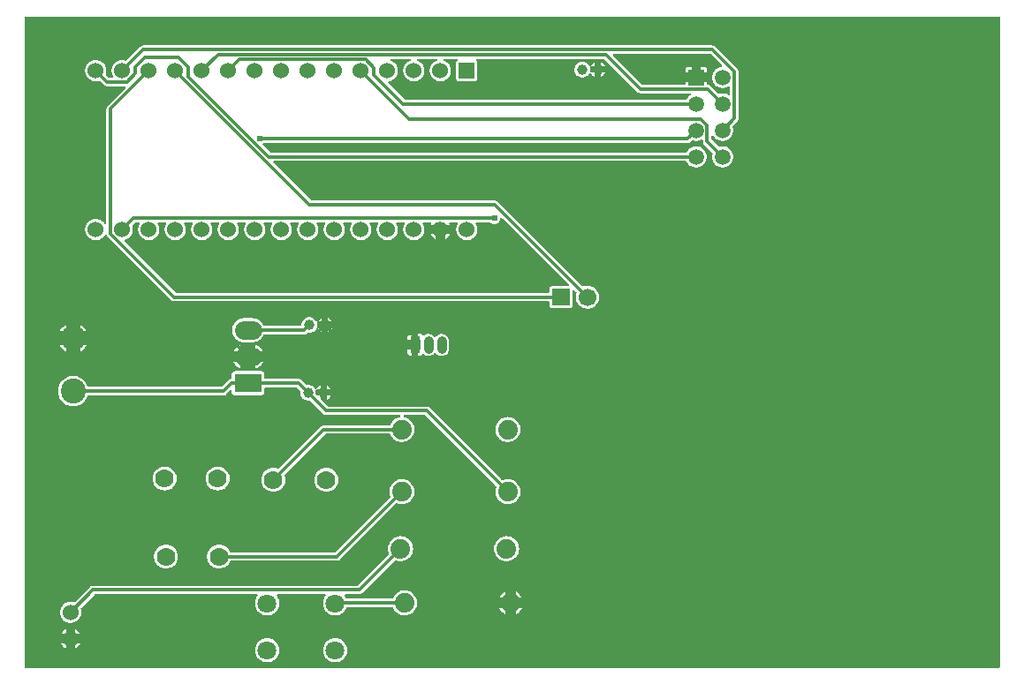
<source format=gtl>
G04 Layer: TopLayer*
G04 EasyEDA v6.4.31, 2022-01-25 22:29:22*
G04 e61b6c59d15345b4ac09c8306d02ccd6,8f8899c8ce1b4866aa33813601b7f331,10*
G04 Gerber Generator version 0.2*
G04 Scale: 100 percent, Rotated: No, Reflected: No *
G04 Dimensions in millimeters *
G04 leading zeros omitted , absolute positions ,4 integer and 5 decimal *
%FSLAX45Y45*%
%MOMM*%

%ADD11C,0.3000*%
%ADD12C,0.6100*%
%ADD13C,1.0000*%
%ADD14C,1.7780*%
%ADD16C,1.7000*%
%ADD17C,1.8000*%
%ADD19C,1.5080*%
%ADD20C,2.4000*%
%ADD22C,1.8796*%
%ADD23R,2.6000X1.8000*%
%ADD24C,1.5240*%
%ADD25R,1.5240X1.5240*%
%ADD26C,0.9000*%

%LPD*%
G36*
X736092Y25908D02*
G01*
X732180Y26670D01*
X728878Y28905D01*
X726694Y32156D01*
X725932Y36068D01*
X725932Y6263944D01*
X726694Y6267805D01*
X728878Y6271107D01*
X732180Y6273342D01*
X736092Y6274104D01*
X10063937Y6274104D01*
X10067798Y6273342D01*
X10071100Y6271107D01*
X10073335Y6267805D01*
X10074097Y6263944D01*
X10074097Y36068D01*
X10073335Y32156D01*
X10071100Y28905D01*
X10067798Y26670D01*
X10063937Y25908D01*
G37*

%LPC*%
G36*
X3696055Y78384D02*
G01*
X3710584Y78384D01*
X3725011Y80213D01*
X3739134Y83820D01*
X3752646Y89204D01*
X3765397Y96215D01*
X3777183Y104749D01*
X3787800Y114706D01*
X3797096Y125933D01*
X3804869Y138226D01*
X3811066Y151384D01*
X3815587Y165252D01*
X3818280Y179527D01*
X3819194Y194056D01*
X3818280Y208584D01*
X3815587Y222859D01*
X3811066Y236728D01*
X3804869Y249885D01*
X3797096Y262178D01*
X3787800Y273405D01*
X3777183Y283362D01*
X3765397Y291896D01*
X3752646Y298907D01*
X3739134Y304292D01*
X3725011Y307898D01*
X3710584Y309727D01*
X3696055Y309727D01*
X3681628Y307898D01*
X3667506Y304292D01*
X3653993Y298907D01*
X3641242Y291896D01*
X3629456Y283362D01*
X3618839Y273405D01*
X3609543Y262178D01*
X3601770Y249885D01*
X3595573Y236728D01*
X3591051Y222859D01*
X3588359Y208584D01*
X3587445Y194056D01*
X3588359Y179527D01*
X3591051Y165252D01*
X3595573Y151384D01*
X3601770Y138226D01*
X3609543Y125933D01*
X3618839Y114706D01*
X3629456Y104749D01*
X3641242Y96215D01*
X3653993Y89204D01*
X3667506Y83820D01*
X3681628Y80213D01*
G37*
G36*
X3045815Y78384D02*
G01*
X3060344Y78384D01*
X3074771Y80213D01*
X3088894Y83820D01*
X3102406Y89204D01*
X3115157Y96215D01*
X3126943Y104749D01*
X3137560Y114706D01*
X3146856Y125933D01*
X3154629Y138226D01*
X3160826Y151384D01*
X3165348Y165252D01*
X3168040Y179527D01*
X3168954Y194056D01*
X3168040Y208584D01*
X3165348Y222859D01*
X3160826Y236728D01*
X3154629Y249885D01*
X3146856Y262178D01*
X3137560Y273405D01*
X3126943Y283362D01*
X3115157Y291896D01*
X3102406Y298907D01*
X3088894Y304292D01*
X3074771Y307898D01*
X3060344Y309727D01*
X3045815Y309727D01*
X3031388Y307898D01*
X3017266Y304292D01*
X3003753Y298907D01*
X2991002Y291896D01*
X2979216Y283362D01*
X2968599Y273405D01*
X2959303Y262178D01*
X2951530Y249885D01*
X2945333Y236728D01*
X2940812Y222859D01*
X2938119Y208584D01*
X2937205Y194056D01*
X2938119Y179527D01*
X2940812Y165252D01*
X2945333Y151384D01*
X2951530Y138226D01*
X2959303Y125933D01*
X2968599Y114706D01*
X2979216Y104749D01*
X2991002Y96215D01*
X3003753Y89204D01*
X3017266Y83820D01*
X3031388Y80213D01*
G37*
G36*
X1123950Y213004D02*
G01*
X1123950Y260350D01*
X1076604Y260350D01*
X1077264Y258775D01*
X1084224Y247040D01*
X1092708Y236321D01*
X1102512Y226821D01*
X1113485Y218744D01*
G37*
G36*
X1212850Y213156D02*
G01*
X1217472Y215290D01*
X1228953Y222605D01*
X1239367Y231394D01*
X1248511Y241554D01*
X1256233Y252780D01*
X1260043Y260350D01*
X1212850Y260350D01*
G37*
G36*
X1212850Y349250D02*
G01*
X1260043Y349250D01*
X1256233Y356819D01*
X1248511Y368046D01*
X1239367Y378206D01*
X1228953Y386994D01*
X1217472Y394309D01*
X1212850Y396443D01*
G37*
G36*
X1076604Y349250D02*
G01*
X1123950Y349250D01*
X1123950Y396595D01*
X1113485Y390855D01*
X1102512Y382778D01*
X1092708Y373278D01*
X1084224Y362559D01*
X1077264Y350824D01*
G37*
G36*
X1165199Y456641D02*
G01*
X1178814Y457098D01*
X1192276Y459333D01*
X1205280Y463397D01*
X1217676Y469138D01*
X1229156Y476453D01*
X1239570Y485241D01*
X1248714Y495401D01*
X1256436Y506628D01*
X1262583Y518769D01*
X1267053Y531672D01*
X1269796Y545033D01*
X1270711Y558647D01*
X1269796Y572262D01*
X1267053Y585622D01*
X1265631Y589737D01*
X1265072Y593445D01*
X1265936Y597154D01*
X1268069Y600252D01*
X1396034Y728218D01*
X1399286Y730402D01*
X1403197Y731164D01*
X2953410Y731164D01*
X2957118Y730453D01*
X2960370Y728421D01*
X2962605Y725373D01*
X2963519Y721664D01*
X2963062Y717905D01*
X2961233Y714552D01*
X2959303Y712266D01*
X2951530Y699973D01*
X2945333Y686816D01*
X2940812Y672947D01*
X2938119Y658672D01*
X2937205Y644144D01*
X2938119Y629615D01*
X2940812Y615340D01*
X2945333Y601472D01*
X2951530Y588314D01*
X2959303Y576021D01*
X2968599Y564794D01*
X2979216Y554837D01*
X2991002Y546303D01*
X3003753Y539292D01*
X3017266Y533908D01*
X3031388Y530301D01*
X3045815Y528472D01*
X3060344Y528472D01*
X3074771Y530301D01*
X3088894Y533908D01*
X3102406Y539292D01*
X3115157Y546303D01*
X3126943Y554837D01*
X3137560Y564794D01*
X3146856Y576021D01*
X3154629Y588314D01*
X3160826Y601472D01*
X3165348Y615340D01*
X3168040Y629615D01*
X3168954Y644144D01*
X3168040Y658672D01*
X3165348Y672947D01*
X3160826Y686816D01*
X3154629Y699973D01*
X3146856Y712266D01*
X3144926Y714552D01*
X3143097Y717905D01*
X3142640Y721664D01*
X3143554Y725373D01*
X3145790Y728421D01*
X3149041Y730453D01*
X3152749Y731164D01*
X3603650Y731164D01*
X3607358Y730453D01*
X3610610Y728421D01*
X3612845Y725373D01*
X3613759Y721664D01*
X3613302Y717905D01*
X3611473Y714552D01*
X3609543Y712266D01*
X3601770Y699973D01*
X3595573Y686816D01*
X3591051Y672947D01*
X3588359Y658672D01*
X3587445Y644144D01*
X3588359Y629615D01*
X3591051Y615340D01*
X3595573Y601472D01*
X3601770Y588314D01*
X3609543Y576021D01*
X3618839Y564794D01*
X3629456Y554837D01*
X3641242Y546303D01*
X3653993Y539292D01*
X3667506Y533908D01*
X3681628Y530301D01*
X3696055Y528472D01*
X3710584Y528472D01*
X3725011Y530301D01*
X3739134Y533908D01*
X3752646Y539292D01*
X3765397Y546303D01*
X3777183Y554837D01*
X3787800Y564794D01*
X3797096Y576021D01*
X3804869Y588314D01*
X3810812Y600964D01*
X3813048Y604062D01*
X3816299Y606094D01*
X3820007Y606806D01*
X4249369Y606806D01*
X4253331Y605993D01*
X4256684Y603707D01*
X4258868Y600303D01*
X4259884Y597611D01*
X4266895Y584606D01*
X4275429Y572566D01*
X4285335Y561644D01*
X4296562Y552043D01*
X4308856Y543915D01*
X4322064Y537311D01*
X4335983Y532384D01*
X4350410Y529234D01*
X4365091Y527862D01*
X4379874Y528320D01*
X4394454Y530606D01*
X4408627Y534670D01*
X4422241Y540410D01*
X4434992Y547776D01*
X4446778Y556666D01*
X4457395Y566928D01*
X4466640Y578459D01*
X4474413Y591007D01*
X4480560Y604418D01*
X4485030Y618439D01*
X4487773Y632968D01*
X4488688Y647700D01*
X4487773Y662432D01*
X4485030Y676960D01*
X4480560Y690981D01*
X4474413Y704392D01*
X4466640Y716940D01*
X4457395Y728472D01*
X4446778Y738733D01*
X4434992Y747623D01*
X4422241Y754989D01*
X4408627Y760730D01*
X4394454Y764794D01*
X4379874Y767080D01*
X4365091Y767486D01*
X4350410Y766165D01*
X4335983Y763016D01*
X4322064Y758088D01*
X4308856Y751484D01*
X4296562Y743356D01*
X4285335Y733755D01*
X4275429Y722833D01*
X4266895Y710793D01*
X4259884Y697788D01*
X4258868Y695096D01*
X4256684Y691692D01*
X4253331Y689406D01*
X4249369Y688644D01*
X3816654Y688644D01*
X3812946Y689356D01*
X3809695Y691388D01*
X3807460Y694436D01*
X3804869Y699973D01*
X3797096Y712266D01*
X3795166Y714552D01*
X3793337Y717905D01*
X3792880Y721664D01*
X3793794Y725373D01*
X3796029Y728421D01*
X3799281Y730453D01*
X3802989Y731164D01*
X3933901Y731164D01*
X3942334Y732028D01*
X3950004Y734364D01*
X3957065Y738124D01*
X3963670Y743508D01*
X4275124Y1055014D01*
X4278274Y1057148D01*
X4281982Y1057960D01*
X4285691Y1057402D01*
X4297883Y1053084D01*
X4312310Y1049934D01*
X4326991Y1048562D01*
X4341774Y1049020D01*
X4356354Y1051306D01*
X4370527Y1055370D01*
X4384141Y1061110D01*
X4396892Y1068476D01*
X4408678Y1077366D01*
X4419295Y1087628D01*
X4428540Y1099159D01*
X4436313Y1111707D01*
X4442460Y1125118D01*
X4446930Y1139139D01*
X4449673Y1153668D01*
X4450588Y1168400D01*
X4449673Y1183132D01*
X4446930Y1197660D01*
X4442460Y1211681D01*
X4436313Y1225092D01*
X4428540Y1237640D01*
X4419295Y1249172D01*
X4408678Y1259433D01*
X4396892Y1268323D01*
X4384141Y1275689D01*
X4370527Y1281430D01*
X4356354Y1285494D01*
X4341774Y1287780D01*
X4326991Y1288186D01*
X4312310Y1286865D01*
X4297883Y1283716D01*
X4283964Y1278788D01*
X4270756Y1272184D01*
X4258462Y1264056D01*
X4247235Y1254455D01*
X4237329Y1243533D01*
X4228795Y1231493D01*
X4221784Y1218488D01*
X4216450Y1204722D01*
X4212894Y1190447D01*
X4211066Y1175766D01*
X4211066Y1161034D01*
X4212894Y1146352D01*
X4216450Y1132078D01*
X4219651Y1123797D01*
X4220362Y1119987D01*
X4219549Y1116177D01*
X4217365Y1112926D01*
X3920439Y816000D01*
X3917137Y813765D01*
X3913225Y813003D01*
X1382522Y813003D01*
X1374089Y812190D01*
X1366418Y809853D01*
X1359357Y806094D01*
X1352753Y800658D01*
X1210157Y658063D01*
X1207160Y655980D01*
X1203604Y655116D01*
X1199997Y655574D01*
X1192276Y657961D01*
X1178814Y660196D01*
X1165199Y660654D01*
X1151636Y659333D01*
X1138377Y656132D01*
X1125626Y651256D01*
X1113688Y644702D01*
X1102715Y636625D01*
X1092911Y627126D01*
X1084427Y616407D01*
X1077468Y604672D01*
X1072184Y592124D01*
X1068578Y578967D01*
X1066749Y565454D01*
X1066749Y551840D01*
X1068578Y538327D01*
X1072184Y525170D01*
X1077468Y512622D01*
X1084427Y500888D01*
X1092911Y490169D01*
X1102715Y480669D01*
X1113688Y472592D01*
X1125626Y466039D01*
X1138377Y461162D01*
X1151636Y457962D01*
G37*
G36*
X5438140Y540359D02*
G01*
X5450992Y547776D01*
X5462778Y556666D01*
X5473395Y566928D01*
X5482640Y578459D01*
X5490413Y591007D01*
X5491937Y594360D01*
X5438140Y594360D01*
G37*
G36*
X5331460Y540613D02*
G01*
X5331460Y594360D01*
X5277662Y594360D01*
X5282895Y584606D01*
X5291429Y572566D01*
X5301335Y561644D01*
X5312562Y552043D01*
X5324856Y543915D01*
G37*
G36*
X5277662Y701040D02*
G01*
X5331460Y701040D01*
X5331460Y754786D01*
X5324856Y751484D01*
X5312562Y743356D01*
X5301335Y733755D01*
X5291429Y722833D01*
X5282895Y710793D01*
G37*
G36*
X5438140Y701040D02*
G01*
X5491937Y701040D01*
X5490413Y704392D01*
X5482640Y716940D01*
X5473395Y728472D01*
X5462778Y738733D01*
X5450992Y747623D01*
X5438140Y755040D01*
G37*
G36*
X2075586Y977646D02*
G01*
X2090013Y977646D01*
X2104288Y979424D01*
X2118258Y983030D01*
X2131669Y988314D01*
X2144318Y995273D01*
X2155952Y1003757D01*
X2166467Y1013612D01*
X2175662Y1024737D01*
X2183384Y1036878D01*
X2189530Y1049934D01*
X2194001Y1063650D01*
X2196693Y1077823D01*
X2197608Y1092200D01*
X2196693Y1106576D01*
X2194001Y1120749D01*
X2189530Y1134465D01*
X2183384Y1147521D01*
X2175662Y1159662D01*
X2166467Y1170787D01*
X2155952Y1180642D01*
X2144318Y1189126D01*
X2131669Y1196086D01*
X2118258Y1201369D01*
X2104288Y1204976D01*
X2090013Y1206754D01*
X2075586Y1206754D01*
X2061311Y1204976D01*
X2047341Y1201369D01*
X2033930Y1196086D01*
X2021281Y1189126D01*
X2009648Y1180642D01*
X1999132Y1170787D01*
X1989937Y1159662D01*
X1982216Y1147521D01*
X1976069Y1134465D01*
X1971598Y1120749D01*
X1968906Y1106576D01*
X1967992Y1092200D01*
X1968906Y1077823D01*
X1971598Y1063650D01*
X1976069Y1049934D01*
X1982216Y1036878D01*
X1989937Y1024737D01*
X1999132Y1013612D01*
X2009648Y1003757D01*
X2021281Y995273D01*
X2033930Y988314D01*
X2047341Y983030D01*
X2061311Y979424D01*
G37*
G36*
X2583586Y977646D02*
G01*
X2598013Y977646D01*
X2612288Y979424D01*
X2626258Y983030D01*
X2639669Y988314D01*
X2652318Y995273D01*
X2663952Y1003757D01*
X2674467Y1013612D01*
X2683662Y1024737D01*
X2691384Y1036878D01*
X2695397Y1045464D01*
X2697683Y1048562D01*
X2700883Y1050594D01*
X2704592Y1051306D01*
X3720592Y1051306D01*
X3729075Y1052118D01*
X3736746Y1054455D01*
X3743807Y1058214D01*
X3750360Y1063650D01*
X4287824Y1601114D01*
X4290974Y1603248D01*
X4294682Y1604060D01*
X4298391Y1603502D01*
X4310583Y1599184D01*
X4325010Y1596034D01*
X4339691Y1594662D01*
X4354474Y1595120D01*
X4369054Y1597406D01*
X4383227Y1601470D01*
X4396841Y1607210D01*
X4409592Y1614576D01*
X4421378Y1623466D01*
X4431995Y1633728D01*
X4441240Y1645259D01*
X4449013Y1657807D01*
X4455160Y1671218D01*
X4459630Y1685239D01*
X4462373Y1699768D01*
X4463288Y1714500D01*
X4462373Y1729232D01*
X4459630Y1743760D01*
X4455160Y1757781D01*
X4449013Y1771192D01*
X4441240Y1783740D01*
X4431995Y1795272D01*
X4421378Y1805533D01*
X4409592Y1814423D01*
X4396841Y1821789D01*
X4383227Y1827530D01*
X4369054Y1831593D01*
X4354474Y1833880D01*
X4339691Y1834286D01*
X4325010Y1832965D01*
X4310583Y1829816D01*
X4296664Y1824888D01*
X4283456Y1818284D01*
X4271162Y1810156D01*
X4259935Y1800555D01*
X4250029Y1789633D01*
X4241495Y1777593D01*
X4234484Y1764588D01*
X4229150Y1750822D01*
X4225594Y1736547D01*
X4223766Y1721866D01*
X4223766Y1707134D01*
X4225594Y1692452D01*
X4229150Y1678178D01*
X4232351Y1669897D01*
X4233062Y1666087D01*
X4232249Y1662277D01*
X4230065Y1659026D01*
X3707129Y1136091D01*
X3703828Y1133906D01*
X3699967Y1133144D01*
X2704592Y1133144D01*
X2700883Y1133856D01*
X2697632Y1135888D01*
X2695397Y1138936D01*
X2691384Y1147521D01*
X2683662Y1159662D01*
X2674467Y1170787D01*
X2663952Y1180642D01*
X2652318Y1189126D01*
X2639669Y1196086D01*
X2626258Y1201369D01*
X2612288Y1204976D01*
X2598013Y1206754D01*
X2583586Y1206754D01*
X2569311Y1204976D01*
X2555341Y1201369D01*
X2541930Y1196086D01*
X2529281Y1189126D01*
X2517648Y1180642D01*
X2507132Y1170787D01*
X2497937Y1159662D01*
X2490216Y1147521D01*
X2484069Y1134465D01*
X2479598Y1120749D01*
X2476906Y1106576D01*
X2475992Y1092200D01*
X2476906Y1077823D01*
X2479598Y1063650D01*
X2484069Y1049934D01*
X2490216Y1036878D01*
X2497937Y1024737D01*
X2507132Y1013612D01*
X2517648Y1003757D01*
X2529281Y995273D01*
X2541930Y988314D01*
X2555341Y983030D01*
X2569311Y979424D01*
G37*
G36*
X5342991Y1048562D02*
G01*
X5357774Y1049020D01*
X5372354Y1051306D01*
X5386527Y1055370D01*
X5400141Y1061110D01*
X5412892Y1068476D01*
X5424678Y1077366D01*
X5435295Y1087628D01*
X5444540Y1099159D01*
X5452313Y1111707D01*
X5458460Y1125118D01*
X5462930Y1139139D01*
X5465673Y1153668D01*
X5466588Y1168400D01*
X5465673Y1183132D01*
X5462930Y1197660D01*
X5458460Y1211681D01*
X5452313Y1225092D01*
X5444540Y1237640D01*
X5435295Y1249172D01*
X5424678Y1259433D01*
X5412892Y1268323D01*
X5400141Y1275689D01*
X5386527Y1281430D01*
X5372354Y1285494D01*
X5357774Y1287780D01*
X5342991Y1288186D01*
X5328310Y1286865D01*
X5313883Y1283716D01*
X5299964Y1278788D01*
X5286756Y1272184D01*
X5274462Y1264056D01*
X5263235Y1254455D01*
X5253329Y1243533D01*
X5244795Y1231493D01*
X5237784Y1218488D01*
X5232450Y1204722D01*
X5228894Y1190447D01*
X5227066Y1175766D01*
X5227066Y1161034D01*
X5228894Y1146352D01*
X5232450Y1132078D01*
X5237784Y1118311D01*
X5244795Y1105306D01*
X5253329Y1093266D01*
X5263235Y1082344D01*
X5274462Y1072743D01*
X5286756Y1064615D01*
X5299964Y1058011D01*
X5313883Y1053084D01*
X5328310Y1049934D01*
G37*
G36*
X5355691Y1594662D02*
G01*
X5370474Y1595120D01*
X5385054Y1597406D01*
X5399227Y1601470D01*
X5412841Y1607210D01*
X5425592Y1614576D01*
X5437378Y1623466D01*
X5447995Y1633728D01*
X5457240Y1645259D01*
X5465013Y1657807D01*
X5471160Y1671218D01*
X5475630Y1685239D01*
X5478373Y1699768D01*
X5479288Y1714500D01*
X5478373Y1729232D01*
X5475630Y1743760D01*
X5471160Y1757781D01*
X5465013Y1771192D01*
X5457240Y1783740D01*
X5447995Y1795272D01*
X5437378Y1805533D01*
X5425592Y1814423D01*
X5412841Y1821789D01*
X5399227Y1827530D01*
X5385054Y1831593D01*
X5370474Y1833880D01*
X5355691Y1834286D01*
X5341010Y1832965D01*
X5326583Y1829816D01*
X5314442Y1825498D01*
X5310682Y1824939D01*
X5306974Y1825752D01*
X5303875Y1827885D01*
X4613046Y2518714D01*
X4606493Y2524099D01*
X4599432Y2527858D01*
X4591761Y2530195D01*
X4583277Y2531059D01*
X3640886Y2531059D01*
X3636975Y2531821D01*
X3633724Y2534005D01*
X3564585Y2603144D01*
X3562400Y2606395D01*
X3561587Y2610307D01*
X3561587Y2635656D01*
X3536289Y2635656D01*
X3532378Y2636418D01*
X3529076Y2638602D01*
X3520592Y2647086D01*
X3518712Y2649778D01*
X3517747Y2652928D01*
X3518204Y2658313D01*
X3518662Y2669895D01*
X3517341Y2681427D01*
X3516223Y2685491D01*
X3515918Y2689199D01*
X3516934Y2692755D01*
X3519220Y2695702D01*
X3522370Y2697683D01*
X3526028Y2698343D01*
X3561587Y2698343D01*
X3561587Y2735935D01*
X3559301Y2735021D01*
X3549294Y2729077D01*
X3540353Y2721660D01*
X3532632Y2712974D01*
X3526434Y2703474D01*
X3523640Y2700578D01*
X3519932Y2699004D01*
X3515918Y2699004D01*
X3512210Y2700578D01*
X3509365Y2703474D01*
X3503218Y2712974D01*
X3495446Y2721660D01*
X3486505Y2729077D01*
X3476498Y2735021D01*
X3465728Y2739339D01*
X3454450Y2741980D01*
X3442868Y2742895D01*
X3430778Y2741930D01*
X3426460Y2742539D01*
X3422802Y2744876D01*
X3383229Y2784500D01*
X3376625Y2789885D01*
X3369564Y2793644D01*
X3361893Y2795981D01*
X3353460Y2796844D01*
X3035757Y2796844D01*
X3031896Y2797606D01*
X3028594Y2799791D01*
X3026410Y2803093D01*
X3025597Y2807004D01*
X3025597Y2845308D01*
X3024886Y2851658D01*
X3023006Y2857093D01*
X3019907Y2862021D01*
X3015792Y2866085D01*
X3010916Y2869184D01*
X3005480Y2871063D01*
X2999130Y2871774D01*
X2740253Y2871774D01*
X2733954Y2871063D01*
X2728468Y2869184D01*
X2723591Y2866085D01*
X2719476Y2862021D01*
X2716428Y2857093D01*
X2714498Y2851658D01*
X2713786Y2845308D01*
X2713786Y2806395D01*
X2713126Y2802737D01*
X2711145Y2799588D01*
X2708198Y2797352D01*
X2704642Y2796286D01*
X2701493Y2795981D01*
X2693822Y2793644D01*
X2686761Y2789885D01*
X2680208Y2784500D01*
X2619298Y2723591D01*
X2615996Y2721406D01*
X2612136Y2720644D01*
X1341221Y2720644D01*
X1337360Y2721406D01*
X1334058Y2723591D01*
X1331823Y2726944D01*
X1325219Y2742996D01*
X1317345Y2757322D01*
X1307846Y2770682D01*
X1296974Y2782874D01*
X1284782Y2793746D01*
X1271422Y2803245D01*
X1257096Y2811119D01*
X1242009Y2817418D01*
X1226261Y2821940D01*
X1210157Y2824683D01*
X1193800Y2825597D01*
X1177442Y2824683D01*
X1161338Y2821940D01*
X1145590Y2817418D01*
X1130503Y2811119D01*
X1116177Y2803245D01*
X1102817Y2793746D01*
X1090625Y2782874D01*
X1079754Y2770682D01*
X1070254Y2757322D01*
X1062380Y2742996D01*
X1056081Y2727909D01*
X1051560Y2712161D01*
X1048816Y2696057D01*
X1047902Y2679700D01*
X1048816Y2663342D01*
X1051560Y2647238D01*
X1056081Y2631490D01*
X1062380Y2616403D01*
X1070254Y2602077D01*
X1079754Y2588717D01*
X1090625Y2576525D01*
X1102817Y2565654D01*
X1116177Y2556154D01*
X1130503Y2548280D01*
X1145590Y2541981D01*
X1161338Y2537460D01*
X1177442Y2534716D01*
X1193800Y2533802D01*
X1210157Y2534716D01*
X1226261Y2537460D01*
X1242009Y2541981D01*
X1257096Y2548280D01*
X1271422Y2556154D01*
X1284782Y2565654D01*
X1296974Y2576525D01*
X1307846Y2588717D01*
X1317345Y2602077D01*
X1325219Y2616403D01*
X1331874Y2632506D01*
X1334058Y2635808D01*
X1337360Y2638044D01*
X1341272Y2638806D01*
X2632760Y2638806D01*
X2641244Y2639618D01*
X2648915Y2641955D01*
X2655976Y2645714D01*
X2662529Y2651150D01*
X2696464Y2685034D01*
X2699766Y2687218D01*
X2703626Y2688031D01*
X2707538Y2687218D01*
X2710840Y2685034D01*
X2713024Y2681732D01*
X2713786Y2677871D01*
X2713786Y2666441D01*
X2714498Y2660142D01*
X2716428Y2654655D01*
X2719476Y2649778D01*
X2723591Y2645664D01*
X2728468Y2642616D01*
X2733954Y2640685D01*
X2740253Y2639974D01*
X2999130Y2639974D01*
X3005480Y2640685D01*
X3010916Y2642616D01*
X3015792Y2645664D01*
X3019907Y2649778D01*
X3023006Y2654655D01*
X3024886Y2660142D01*
X3025597Y2666441D01*
X3025597Y2704846D01*
X3026410Y2708757D01*
X3028594Y2712008D01*
X3031896Y2714244D01*
X3035757Y2715006D01*
X3332784Y2715006D01*
X3336696Y2714244D01*
X3339998Y2712008D01*
X3365093Y2686913D01*
X3366922Y2684424D01*
X3367938Y2681579D01*
X3368040Y2678531D01*
X3367024Y2669895D01*
X3367481Y2658313D01*
X3369665Y2646883D01*
X3373628Y2635961D01*
X3379165Y2625750D01*
X3386175Y2616504D01*
X3394557Y2608478D01*
X3404057Y2601772D01*
X3414471Y2596642D01*
X3425545Y2593136D01*
X3437026Y2591358D01*
X3448659Y2591358D01*
X3453942Y2592171D01*
X3457143Y2592171D01*
X3460140Y2591155D01*
X3462680Y2589326D01*
X3590442Y2461564D01*
X3597046Y2456129D01*
X3604107Y2452370D01*
X3611778Y2450033D01*
X3620211Y2449220D01*
X4319574Y2449220D01*
X4323689Y2448356D01*
X4327093Y2445867D01*
X4329226Y2442210D01*
X4329684Y2438044D01*
X4328414Y2434031D01*
X4325569Y2430881D01*
X4321759Y2429154D01*
X4310583Y2426716D01*
X4296664Y2421788D01*
X4283456Y2415184D01*
X4271162Y2407056D01*
X4259935Y2397455D01*
X4250029Y2386533D01*
X4241495Y2374493D01*
X4234484Y2361488D01*
X4233468Y2358796D01*
X4231284Y2355392D01*
X4227931Y2353106D01*
X4223969Y2352344D01*
X3594608Y2352344D01*
X3586124Y2351481D01*
X3578453Y2349144D01*
X3571392Y2345385D01*
X3564839Y2340000D01*
X3163011Y1938172D01*
X3159810Y1936038D01*
X3155950Y1935225D01*
X3152089Y1935937D01*
X3146958Y1937969D01*
X3132988Y1941575D01*
X3118713Y1943354D01*
X3104286Y1943354D01*
X3090011Y1941575D01*
X3076041Y1937969D01*
X3062630Y1932686D01*
X3049981Y1925726D01*
X3038348Y1917242D01*
X3027832Y1907387D01*
X3018637Y1896262D01*
X3010916Y1884121D01*
X3004769Y1871065D01*
X3000298Y1857349D01*
X2997606Y1843176D01*
X2996692Y1828800D01*
X2997606Y1814423D01*
X3000298Y1800250D01*
X3004769Y1786534D01*
X3010916Y1773478D01*
X3018637Y1761337D01*
X3027832Y1750212D01*
X3038348Y1740357D01*
X3049981Y1731873D01*
X3062630Y1724914D01*
X3076041Y1719630D01*
X3090011Y1716024D01*
X3104286Y1714246D01*
X3118713Y1714246D01*
X3132988Y1716024D01*
X3146958Y1719630D01*
X3160369Y1724914D01*
X3173018Y1731873D01*
X3184652Y1740357D01*
X3195167Y1750212D01*
X3204362Y1761337D01*
X3212084Y1773478D01*
X3218230Y1786534D01*
X3222701Y1800250D01*
X3225393Y1814423D01*
X3226308Y1828800D01*
X3225393Y1843176D01*
X3222701Y1857349D01*
X3218535Y1870151D01*
X3218027Y1873808D01*
X3218891Y1877415D01*
X3221024Y1880463D01*
X3608070Y2267508D01*
X3611372Y2269744D01*
X3615232Y2270506D01*
X4223969Y2270506D01*
X4227931Y2269693D01*
X4231284Y2267407D01*
X4233468Y2264003D01*
X4234484Y2261311D01*
X4241495Y2248306D01*
X4250029Y2236266D01*
X4259935Y2225344D01*
X4271162Y2215743D01*
X4283456Y2207615D01*
X4296664Y2201011D01*
X4310583Y2196084D01*
X4325010Y2192934D01*
X4339691Y2191562D01*
X4354474Y2192020D01*
X4369054Y2194306D01*
X4383227Y2198370D01*
X4396841Y2204110D01*
X4409592Y2211476D01*
X4421378Y2220366D01*
X4431995Y2230628D01*
X4441240Y2242159D01*
X4449013Y2254707D01*
X4455160Y2268118D01*
X4459630Y2282139D01*
X4462373Y2296668D01*
X4463288Y2311400D01*
X4462373Y2326132D01*
X4459630Y2340660D01*
X4455160Y2354681D01*
X4449013Y2368092D01*
X4441240Y2380640D01*
X4431995Y2392172D01*
X4421378Y2402433D01*
X4409592Y2411323D01*
X4396841Y2418689D01*
X4383227Y2424430D01*
X4369054Y2428494D01*
X4365650Y2429002D01*
X4361637Y2430576D01*
X4358640Y2433624D01*
X4357166Y2437688D01*
X4357471Y2441956D01*
X4359554Y2445715D01*
X4363008Y2448306D01*
X4367225Y2449220D01*
X4562652Y2449220D01*
X4566513Y2448458D01*
X4569815Y2446223D01*
X5246065Y1769973D01*
X5248249Y1766773D01*
X5249062Y1762963D01*
X5248402Y1759102D01*
X5245150Y1750822D01*
X5241594Y1736547D01*
X5239766Y1721866D01*
X5239766Y1707134D01*
X5241594Y1692452D01*
X5245150Y1678178D01*
X5250484Y1664411D01*
X5257495Y1651406D01*
X5266029Y1639366D01*
X5275935Y1628444D01*
X5287162Y1618843D01*
X5299456Y1610715D01*
X5312664Y1604111D01*
X5326583Y1599184D01*
X5341010Y1596034D01*
G37*
G36*
X3612286Y1714246D02*
G01*
X3626713Y1714246D01*
X3640988Y1716024D01*
X3654958Y1719630D01*
X3668369Y1724914D01*
X3681018Y1731873D01*
X3692651Y1740357D01*
X3703167Y1750212D01*
X3712362Y1761337D01*
X3720084Y1773478D01*
X3726230Y1786534D01*
X3730701Y1800250D01*
X3733393Y1814423D01*
X3734308Y1828800D01*
X3733393Y1843176D01*
X3730701Y1857349D01*
X3726230Y1871065D01*
X3720084Y1884121D01*
X3712362Y1896262D01*
X3703167Y1907387D01*
X3692651Y1917242D01*
X3681018Y1925726D01*
X3668369Y1932686D01*
X3654958Y1937969D01*
X3640988Y1941575D01*
X3626713Y1943354D01*
X3612286Y1943354D01*
X3598011Y1941575D01*
X3584041Y1937969D01*
X3570630Y1932686D01*
X3557981Y1925726D01*
X3546348Y1917242D01*
X3535832Y1907387D01*
X3526637Y1896262D01*
X3518915Y1884121D01*
X3512769Y1871065D01*
X3508298Y1857349D01*
X3505606Y1843176D01*
X3504692Y1828800D01*
X3505606Y1814423D01*
X3508298Y1800250D01*
X3512769Y1786534D01*
X3518915Y1773478D01*
X3526637Y1761337D01*
X3535832Y1750212D01*
X3546348Y1740357D01*
X3557981Y1731873D01*
X3570630Y1724914D01*
X3584041Y1719630D01*
X3598011Y1716024D01*
G37*
G36*
X2570886Y1726946D02*
G01*
X2585313Y1726946D01*
X2599588Y1728724D01*
X2613558Y1732330D01*
X2626969Y1737614D01*
X2639618Y1744573D01*
X2651252Y1753057D01*
X2661767Y1762912D01*
X2670962Y1774037D01*
X2678684Y1786178D01*
X2684830Y1799234D01*
X2689301Y1812950D01*
X2691993Y1827123D01*
X2692908Y1841500D01*
X2691993Y1855876D01*
X2689301Y1870049D01*
X2684830Y1883765D01*
X2678684Y1896821D01*
X2670962Y1908962D01*
X2661767Y1920087D01*
X2651252Y1929942D01*
X2639618Y1938426D01*
X2626969Y1945386D01*
X2613558Y1950669D01*
X2599588Y1954275D01*
X2585313Y1956054D01*
X2570886Y1956054D01*
X2556611Y1954275D01*
X2542641Y1950669D01*
X2529230Y1945386D01*
X2516581Y1938426D01*
X2504948Y1929942D01*
X2494432Y1920087D01*
X2485237Y1908962D01*
X2477516Y1896821D01*
X2471369Y1883765D01*
X2466898Y1870049D01*
X2464206Y1855876D01*
X2463292Y1841500D01*
X2464206Y1827123D01*
X2466898Y1812950D01*
X2471369Y1799234D01*
X2477516Y1786178D01*
X2485237Y1774037D01*
X2494432Y1762912D01*
X2504948Y1753057D01*
X2516581Y1744573D01*
X2529230Y1737614D01*
X2542641Y1732330D01*
X2556611Y1728724D01*
G37*
G36*
X2062886Y1726946D02*
G01*
X2077313Y1726946D01*
X2091588Y1728724D01*
X2105558Y1732330D01*
X2118969Y1737614D01*
X2131618Y1744573D01*
X2143252Y1753057D01*
X2153767Y1762912D01*
X2162962Y1774037D01*
X2170684Y1786178D01*
X2176830Y1799234D01*
X2181301Y1812950D01*
X2183993Y1827123D01*
X2184908Y1841500D01*
X2183993Y1855876D01*
X2181301Y1870049D01*
X2176830Y1883765D01*
X2170684Y1896821D01*
X2162962Y1908962D01*
X2153767Y1920087D01*
X2143252Y1929942D01*
X2131618Y1938426D01*
X2118969Y1945386D01*
X2105558Y1950669D01*
X2091588Y1954275D01*
X2077313Y1956054D01*
X2062886Y1956054D01*
X2048611Y1954275D01*
X2034641Y1950669D01*
X2021230Y1945386D01*
X2008581Y1938426D01*
X1996948Y1929942D01*
X1986432Y1920087D01*
X1977237Y1908962D01*
X1969516Y1896821D01*
X1963369Y1883765D01*
X1958898Y1870049D01*
X1956206Y1855876D01*
X1955292Y1841500D01*
X1956206Y1827123D01*
X1958898Y1812950D01*
X1963369Y1799234D01*
X1969516Y1786178D01*
X1977237Y1774037D01*
X1986432Y1762912D01*
X1996948Y1753057D01*
X2008581Y1744573D01*
X2021230Y1737614D01*
X2034641Y1732330D01*
X2048611Y1728724D01*
G37*
G36*
X5355691Y2191562D02*
G01*
X5370474Y2192020D01*
X5385054Y2194306D01*
X5399227Y2198370D01*
X5412841Y2204110D01*
X5425592Y2211476D01*
X5437378Y2220366D01*
X5447995Y2230628D01*
X5457240Y2242159D01*
X5465013Y2254707D01*
X5471160Y2268118D01*
X5475630Y2282139D01*
X5478373Y2296668D01*
X5479288Y2311400D01*
X5478373Y2326132D01*
X5475630Y2340660D01*
X5471160Y2354681D01*
X5465013Y2368092D01*
X5457240Y2380640D01*
X5447995Y2392172D01*
X5437378Y2402433D01*
X5425592Y2411323D01*
X5412841Y2418689D01*
X5399227Y2424430D01*
X5385054Y2428494D01*
X5370474Y2430780D01*
X5355691Y2431186D01*
X5341010Y2429865D01*
X5326583Y2426716D01*
X5312664Y2421788D01*
X5299456Y2415184D01*
X5287162Y2407056D01*
X5275935Y2397455D01*
X5266029Y2386533D01*
X5257495Y2374493D01*
X5250484Y2361488D01*
X5245150Y2347722D01*
X5241594Y2333447D01*
X5239766Y2318766D01*
X5239766Y2304034D01*
X5241594Y2289352D01*
X5245150Y2275078D01*
X5250484Y2261311D01*
X5257495Y2248306D01*
X5266029Y2236266D01*
X5275935Y2225344D01*
X5287162Y2215743D01*
X5299456Y2207615D01*
X5312664Y2201011D01*
X5326583Y2196084D01*
X5341010Y2192934D01*
G37*
G36*
X3624326Y2598115D02*
G01*
X3631742Y2601772D01*
X3641242Y2608478D01*
X3649624Y2616504D01*
X3656634Y2625750D01*
X3662019Y2635656D01*
X3624326Y2635656D01*
G37*
G36*
X3624326Y2698343D02*
G01*
X3661816Y2698343D01*
X3659632Y2703271D01*
X3653332Y2712974D01*
X3645560Y2721660D01*
X3636619Y2729077D01*
X3626612Y2735021D01*
X3624326Y2735935D01*
G37*
G36*
X2941066Y2898444D02*
G01*
X2952343Y2902153D01*
X2965551Y2908350D01*
X2977845Y2916123D01*
X2989021Y2925419D01*
X2998978Y2936036D01*
X3007563Y2947771D01*
X3013456Y2958541D01*
X2941066Y2958541D01*
G37*
G36*
X2798368Y2898444D02*
G01*
X2798368Y2958541D01*
X2725928Y2958541D01*
X2731871Y2947771D01*
X2740406Y2936036D01*
X2750362Y2925419D01*
X2761589Y2916123D01*
X2773883Y2908350D01*
X2787040Y2902153D01*
G37*
G36*
X4425950Y3018282D02*
G01*
X4441545Y3018282D01*
X4441545Y3077870D01*
X4399483Y3077870D01*
X4399483Y3044748D01*
X4400194Y3038449D01*
X4402124Y3032963D01*
X4405172Y3028086D01*
X4409287Y3023971D01*
X4414164Y3020923D01*
X4419650Y3018993D01*
G37*
G36*
X4499254Y3018282D02*
G01*
X4514850Y3018282D01*
X4521149Y3018993D01*
X4526635Y3020923D01*
X4531512Y3023971D01*
X4535627Y3028086D01*
X4537913Y3031794D01*
X4540961Y3034842D01*
X4544974Y3036417D01*
X4549292Y3036163D01*
X4553102Y3034080D01*
X4555744Y3031845D01*
X4565243Y3026054D01*
X4575505Y3021787D01*
X4586325Y3019196D01*
X4597400Y3018332D01*
X4608474Y3019196D01*
X4619294Y3021787D01*
X4629556Y3026054D01*
X4639056Y3031845D01*
X4647539Y3039059D01*
X4653178Y3045714D01*
X4656632Y3048355D01*
X4660900Y3049270D01*
X4665167Y3048355D01*
X4668621Y3045714D01*
X4674260Y3039059D01*
X4682744Y3031845D01*
X4692243Y3026054D01*
X4702505Y3021787D01*
X4713325Y3019196D01*
X4724400Y3018332D01*
X4735474Y3019196D01*
X4746294Y3021787D01*
X4756556Y3026054D01*
X4766056Y3031845D01*
X4774539Y3039059D01*
X4781753Y3047542D01*
X4787544Y3057042D01*
X4791811Y3067304D01*
X4794402Y3078124D01*
X4795316Y3089605D01*
X4795316Y3158794D01*
X4794402Y3170275D01*
X4791811Y3181096D01*
X4787544Y3191357D01*
X4781753Y3200857D01*
X4774539Y3209340D01*
X4766056Y3216554D01*
X4756556Y3222345D01*
X4746294Y3226612D01*
X4735474Y3229203D01*
X4724400Y3230067D01*
X4713325Y3229203D01*
X4702505Y3226612D01*
X4692243Y3222345D01*
X4682744Y3216554D01*
X4674260Y3209340D01*
X4668621Y3202686D01*
X4665167Y3200044D01*
X4660900Y3199130D01*
X4656632Y3200044D01*
X4653178Y3202686D01*
X4647539Y3209340D01*
X4639056Y3216554D01*
X4629556Y3222345D01*
X4619294Y3226612D01*
X4608474Y3229203D01*
X4597400Y3230067D01*
X4586325Y3229203D01*
X4575505Y3226612D01*
X4565243Y3222345D01*
X4555744Y3216554D01*
X4553102Y3214319D01*
X4549292Y3212236D01*
X4544974Y3211982D01*
X4540961Y3213557D01*
X4537913Y3216605D01*
X4535627Y3220313D01*
X4531512Y3224428D01*
X4526635Y3227476D01*
X4521149Y3229406D01*
X4514850Y3230118D01*
X4499254Y3230118D01*
X4499254Y3170529D01*
X4516424Y3170529D01*
X4520488Y3169716D01*
X4523892Y3167278D01*
X4526026Y3163722D01*
X4526483Y3158794D01*
X4526483Y3089605D01*
X4526026Y3084677D01*
X4523892Y3081121D01*
X4520488Y3078683D01*
X4516424Y3077870D01*
X4499254Y3077870D01*
G37*
G36*
X1127455Y3057956D02*
G01*
X1127455Y3121355D01*
X1064056Y3121355D01*
X1070254Y3110077D01*
X1079754Y3096717D01*
X1090625Y3084525D01*
X1102817Y3073654D01*
X1116177Y3064154D01*
G37*
G36*
X1260144Y3057956D02*
G01*
X1271422Y3064154D01*
X1284782Y3073654D01*
X1296974Y3084525D01*
X1307846Y3096717D01*
X1317345Y3110077D01*
X1323543Y3121355D01*
X1260144Y3121355D01*
G37*
G36*
X2941066Y3061258D02*
G01*
X3013456Y3061258D01*
X3007563Y3071977D01*
X2998978Y3083763D01*
X2989021Y3094380D01*
X2977845Y3103626D01*
X2965551Y3111449D01*
X2952343Y3117646D01*
X2941066Y3121304D01*
G37*
G36*
X2725928Y3061258D02*
G01*
X2798368Y3061258D01*
X2798368Y3121304D01*
X2787040Y3117646D01*
X2773883Y3111449D01*
X2761589Y3103626D01*
X2750362Y3094380D01*
X2740406Y3083763D01*
X2731871Y3071977D01*
G37*
G36*
X2831033Y3147974D02*
G01*
X2910382Y3147974D01*
X2925216Y3148939D01*
X2939542Y3151632D01*
X2953359Y3156153D01*
X2966516Y3162350D01*
X2978810Y3170123D01*
X2990037Y3179419D01*
X2999994Y3190036D01*
X3008528Y3201771D01*
X3015538Y3214573D01*
X3016402Y3216605D01*
X3018586Y3219958D01*
X3021888Y3222244D01*
X3025851Y3223006D01*
X3404260Y3223006D01*
X3412744Y3223869D01*
X3420414Y3226206D01*
X3427476Y3229965D01*
X3438245Y3238855D01*
X3441242Y3239871D01*
X3444443Y3239871D01*
X3449726Y3239058D01*
X3461359Y3239058D01*
X3472840Y3240836D01*
X3483914Y3244342D01*
X3494328Y3249472D01*
X3503828Y3256178D01*
X3512210Y3264204D01*
X3519220Y3273450D01*
X3521659Y3277920D01*
X3524504Y3281222D01*
X3528466Y3283000D01*
X3532784Y3283000D01*
X3536696Y3281222D01*
X3539540Y3277920D01*
X3541979Y3273450D01*
X3549040Y3264204D01*
X3557371Y3256178D01*
X3566871Y3249472D01*
X3574287Y3245815D01*
X3574287Y3283356D01*
X3538829Y3283356D01*
X3534511Y3284321D01*
X3531006Y3287064D01*
X3529025Y3291027D01*
X3528872Y3295446D01*
X3530904Y3306013D01*
X3531362Y3317595D01*
X3530041Y3329127D01*
X3528923Y3333191D01*
X3528618Y3336899D01*
X3529634Y3340455D01*
X3531920Y3343401D01*
X3535070Y3345383D01*
X3538728Y3346043D01*
X3574287Y3346043D01*
X3574287Y3383635D01*
X3572001Y3382721D01*
X3561994Y3376777D01*
X3553053Y3369360D01*
X3545332Y3360674D01*
X3539134Y3351174D01*
X3536340Y3348278D01*
X3532632Y3346704D01*
X3528618Y3346704D01*
X3524910Y3348278D01*
X3522065Y3351174D01*
X3515918Y3360674D01*
X3508146Y3369360D01*
X3499205Y3376777D01*
X3489198Y3382721D01*
X3478428Y3387039D01*
X3467150Y3389680D01*
X3455568Y3390595D01*
X3443986Y3389680D01*
X3432657Y3387039D01*
X3421887Y3382721D01*
X3411880Y3376777D01*
X3402939Y3369360D01*
X3395218Y3360674D01*
X3388868Y3350971D01*
X3384143Y3340354D01*
X3381044Y3329127D01*
X3379724Y3317595D01*
X3379825Y3315411D01*
X3379165Y3311398D01*
X3376980Y3307943D01*
X3373628Y3305657D01*
X3369665Y3304844D01*
X3025800Y3304844D01*
X3021838Y3305657D01*
X3018536Y3307892D01*
X3016351Y3311245D01*
X3015538Y3313226D01*
X3008528Y3325977D01*
X2999994Y3337763D01*
X2990037Y3348380D01*
X2978810Y3357626D01*
X2966516Y3365449D01*
X2953359Y3371646D01*
X2939542Y3376117D01*
X2925216Y3378860D01*
X2910382Y3379774D01*
X2831033Y3379774D01*
X2816199Y3378860D01*
X2801874Y3376117D01*
X2788056Y3371646D01*
X2774899Y3365449D01*
X2762605Y3357626D01*
X2751378Y3348380D01*
X2741422Y3337763D01*
X2732836Y3325977D01*
X2725826Y3313226D01*
X2720492Y3299714D01*
X2716885Y3285591D01*
X2715056Y3271164D01*
X2715056Y3256635D01*
X2716885Y3242157D01*
X2720492Y3228086D01*
X2725826Y3214573D01*
X2732836Y3201771D01*
X2741422Y3190036D01*
X2751378Y3179419D01*
X2762605Y3170123D01*
X2774899Y3162350D01*
X2788056Y3156153D01*
X2801874Y3151632D01*
X2816199Y3148939D01*
G37*
G36*
X4399483Y3170529D02*
G01*
X4441545Y3170529D01*
X4441545Y3230118D01*
X4425950Y3230118D01*
X4419650Y3229406D01*
X4414164Y3227476D01*
X4409287Y3224428D01*
X4405172Y3220313D01*
X4402124Y3215436D01*
X4400194Y3209950D01*
X4399483Y3203651D01*
G37*
G36*
X3637026Y3245815D02*
G01*
X3644442Y3249472D01*
X3653942Y3256178D01*
X3662324Y3264204D01*
X3669334Y3273450D01*
X3674719Y3283356D01*
X3637026Y3283356D01*
G37*
G36*
X1064056Y3254044D02*
G01*
X1127455Y3254044D01*
X1127455Y3317443D01*
X1116177Y3311245D01*
X1102817Y3301746D01*
X1090625Y3290874D01*
X1079754Y3278682D01*
X1070254Y3265322D01*
G37*
G36*
X1260144Y3254044D02*
G01*
X1323543Y3254044D01*
X1317345Y3265322D01*
X1307846Y3278682D01*
X1296974Y3290874D01*
X1284782Y3301746D01*
X1271422Y3311245D01*
X1260144Y3317443D01*
G37*
G36*
X3637026Y3346043D02*
G01*
X3674516Y3346043D01*
X3672332Y3350971D01*
X3666032Y3360674D01*
X3658260Y3369360D01*
X3649319Y3376777D01*
X3639312Y3382721D01*
X3637026Y3383635D01*
G37*
G36*
X6124956Y3470554D02*
G01*
X6139078Y3471926D01*
X6152946Y3475075D01*
X6166307Y3480003D01*
X6178905Y3486556D01*
X6190538Y3494684D01*
X6201054Y3504234D01*
X6210249Y3515055D01*
X6218021Y3526993D01*
X6224168Y3539794D01*
X6228638Y3553256D01*
X6231382Y3567226D01*
X6232296Y3581400D01*
X6231382Y3595573D01*
X6228638Y3609543D01*
X6224168Y3623005D01*
X6218021Y3635806D01*
X6210249Y3647744D01*
X6201054Y3658565D01*
X6190538Y3668115D01*
X6178905Y3676243D01*
X6166307Y3682796D01*
X6152946Y3687724D01*
X6139078Y3690874D01*
X6124956Y3692245D01*
X6110732Y3691788D01*
X6096711Y3689502D01*
X6082792Y3685387D01*
X6079236Y3684981D01*
X6075730Y3685895D01*
X6072733Y3687927D01*
X5264861Y4495800D01*
X5258308Y4501184D01*
X5251246Y4504944D01*
X5243576Y4507280D01*
X5235092Y4508144D01*
X3478733Y4508144D01*
X3474872Y4508906D01*
X3471570Y4511090D01*
X3113328Y4869383D01*
X3111093Y4872634D01*
X3110331Y4876546D01*
X3111093Y4880457D01*
X3113328Y4883708D01*
X3116580Y4885944D01*
X3120491Y4886706D01*
X7063790Y4886706D01*
X7067194Y4886096D01*
X7070242Y4884369D01*
X7072528Y4881727D01*
X7079284Y4870297D01*
X7087666Y4859680D01*
X7097420Y4850231D01*
X7108291Y4842205D01*
X7120178Y4835702D01*
X7132777Y4830876D01*
X7145934Y4827727D01*
X7159396Y4826355D01*
X7172959Y4826812D01*
X7186269Y4829098D01*
X7199223Y4833061D01*
X7211466Y4838801D01*
X7222896Y4846066D01*
X7233208Y4854803D01*
X7242302Y4864811D01*
X7249922Y4875987D01*
X7256068Y4888077D01*
X7260488Y4900828D01*
X7263180Y4914087D01*
X7264095Y4927600D01*
X7263180Y4941112D01*
X7260488Y4954371D01*
X7256068Y4967122D01*
X7249922Y4979212D01*
X7242302Y4990388D01*
X7233208Y5000396D01*
X7222896Y5009134D01*
X7211466Y5016398D01*
X7199223Y5022138D01*
X7186269Y5026101D01*
X7172959Y5028387D01*
X7159396Y5028844D01*
X7145934Y5027472D01*
X7132777Y5024323D01*
X7120178Y5019497D01*
X7108291Y5012994D01*
X7097420Y5004968D01*
X7087666Y4995519D01*
X7079284Y4984902D01*
X7072528Y4973523D01*
X7070242Y4970830D01*
X7067245Y4969103D01*
X7063790Y4968544D01*
X3086303Y4968544D01*
X3082442Y4969306D01*
X3079140Y4971491D01*
X3010001Y5040630D01*
X3007664Y5044338D01*
X3007055Y5048707D01*
X3008376Y5052872D01*
X3011373Y5056124D01*
X3014624Y5058410D01*
X3017367Y5059781D01*
X3020415Y5060238D01*
X7081824Y5060238D01*
X7090308Y5061051D01*
X7097979Y5063388D01*
X7105040Y5067147D01*
X7111593Y5072583D01*
X7121702Y5082641D01*
X7124903Y5084826D01*
X7128713Y5085638D01*
X7132777Y5084876D01*
X7145934Y5081727D01*
X7159396Y5080355D01*
X7172959Y5080812D01*
X7186269Y5083098D01*
X7199223Y5087061D01*
X7211466Y5092801D01*
X7216140Y5094681D01*
X7220407Y5094325D01*
X7224217Y5092293D01*
X7226808Y5088839D01*
X7227722Y5084622D01*
X7227722Y5076291D01*
X7228535Y5067808D01*
X7230872Y5060137D01*
X7234631Y5053076D01*
X7240066Y5046522D01*
X7317943Y4968646D01*
X7319975Y4965700D01*
X7320889Y4962296D01*
X7320534Y4958740D01*
X7317536Y4947767D01*
X7315758Y4934356D01*
X7315758Y4920843D01*
X7317536Y4907432D01*
X7321143Y4894376D01*
X7326375Y4881930D01*
X7333284Y4870297D01*
X7341666Y4859680D01*
X7351420Y4850231D01*
X7362291Y4842205D01*
X7374178Y4835702D01*
X7386777Y4830876D01*
X7399934Y4827727D01*
X7413396Y4826355D01*
X7426959Y4826812D01*
X7440269Y4829098D01*
X7453223Y4833061D01*
X7465466Y4838801D01*
X7476896Y4846066D01*
X7487208Y4854803D01*
X7496302Y4864811D01*
X7503922Y4875987D01*
X7510068Y4888077D01*
X7514488Y4900828D01*
X7517180Y4914087D01*
X7518095Y4927600D01*
X7517180Y4941112D01*
X7514488Y4954371D01*
X7510068Y4967122D01*
X7503922Y4979212D01*
X7496302Y4990388D01*
X7487208Y5000396D01*
X7476896Y5009134D01*
X7465466Y5016398D01*
X7453223Y5022138D01*
X7440269Y5026101D01*
X7426959Y5028387D01*
X7413396Y5028844D01*
X7399934Y5027472D01*
X7386574Y5024272D01*
X7382713Y5023561D01*
X7378953Y5024374D01*
X7375702Y5026558D01*
X7312507Y5089753D01*
X7310323Y5093055D01*
X7309510Y5096967D01*
X7309510Y5127294D01*
X7310475Y5131612D01*
X7313117Y5135067D01*
X7316978Y5137099D01*
X7321397Y5137353D01*
X7325461Y5135676D01*
X7328408Y5132476D01*
X7333284Y5124297D01*
X7341666Y5113680D01*
X7351420Y5104231D01*
X7362291Y5096205D01*
X7374178Y5089702D01*
X7386777Y5084876D01*
X7399934Y5081727D01*
X7413396Y5080355D01*
X7426959Y5080812D01*
X7440269Y5083098D01*
X7453223Y5087061D01*
X7465466Y5092801D01*
X7476896Y5100066D01*
X7487208Y5108803D01*
X7496302Y5118811D01*
X7503922Y5129987D01*
X7510068Y5142077D01*
X7514488Y5154828D01*
X7517180Y5168087D01*
X7518095Y5181600D01*
X7517180Y5195112D01*
X7514488Y5208371D01*
X7513218Y5212080D01*
X7512659Y5215788D01*
X7513472Y5219446D01*
X7515606Y5222595D01*
X7556500Y5263438D01*
X7561884Y5270042D01*
X7565694Y5277104D01*
X7567980Y5284774D01*
X7568844Y5293258D01*
X7568844Y5746292D01*
X7567980Y5754776D01*
X7565694Y5762447D01*
X7561884Y5769508D01*
X7556500Y5776061D01*
X7348931Y5983630D01*
X7342378Y5989015D01*
X7335316Y5992774D01*
X7327646Y5995111D01*
X7319162Y5995974D01*
X1866138Y5995974D01*
X1857654Y5995111D01*
X1849983Y5992774D01*
X1842922Y5989015D01*
X1836369Y5983630D01*
X1705356Y5852617D01*
X1702460Y5850585D01*
X1699006Y5849670D01*
X1695500Y5850026D01*
X1684020Y5853125D01*
X1670507Y5854954D01*
X1656892Y5854954D01*
X1643380Y5853125D01*
X1630222Y5849518D01*
X1617675Y5844235D01*
X1605940Y5837275D01*
X1595221Y5828792D01*
X1585722Y5818987D01*
X1577644Y5808014D01*
X1571091Y5796076D01*
X1566214Y5783326D01*
X1563014Y5770067D01*
X1561693Y5756503D01*
X1562150Y5742889D01*
X1564386Y5729427D01*
X1568450Y5716422D01*
X1574190Y5704027D01*
X1574952Y5702858D01*
X1576425Y5698794D01*
X1576120Y5694476D01*
X1574038Y5690717D01*
X1570583Y5688126D01*
X1566367Y5687212D01*
X1537665Y5687212D01*
X1533753Y5687974D01*
X1530502Y5690209D01*
X1509115Y5711545D01*
X1507032Y5714542D01*
X1506169Y5718098D01*
X1506626Y5721705D01*
X1509014Y5729427D01*
X1511249Y5742889D01*
X1511706Y5756503D01*
X1510385Y5770067D01*
X1507185Y5783326D01*
X1502308Y5796076D01*
X1495755Y5808014D01*
X1487678Y5818987D01*
X1478178Y5828792D01*
X1467459Y5837275D01*
X1455724Y5844235D01*
X1443177Y5849518D01*
X1430020Y5853125D01*
X1416507Y5854954D01*
X1402892Y5854954D01*
X1389380Y5853125D01*
X1376222Y5849518D01*
X1363675Y5844235D01*
X1351940Y5837275D01*
X1341221Y5828792D01*
X1331722Y5818987D01*
X1323644Y5808014D01*
X1317091Y5796076D01*
X1312214Y5783326D01*
X1309014Y5770067D01*
X1307693Y5756503D01*
X1308150Y5742889D01*
X1310386Y5729427D01*
X1314450Y5716422D01*
X1320190Y5704027D01*
X1327505Y5692546D01*
X1336294Y5682132D01*
X1346454Y5672988D01*
X1357680Y5665266D01*
X1369822Y5659120D01*
X1382725Y5654649D01*
X1396085Y5651906D01*
X1409700Y5650992D01*
X1423314Y5651906D01*
X1436674Y5654649D01*
X1440789Y5656072D01*
X1444498Y5656630D01*
X1448206Y5655767D01*
X1451305Y5653633D01*
X1487220Y5617718D01*
X1493824Y5612333D01*
X1500886Y5608574D01*
X1508556Y5606237D01*
X1516989Y5605373D01*
X1687626Y5605373D01*
X1691487Y5604611D01*
X1694789Y5602427D01*
X1696974Y5599125D01*
X1697786Y5595213D01*
X1696974Y5591352D01*
X1694789Y5588050D01*
X1524203Y5417464D01*
X1518818Y5410911D01*
X1515008Y5403850D01*
X1512722Y5396179D01*
X1511858Y5387695D01*
X1511858Y4293057D01*
X1510995Y4288942D01*
X1508506Y4285538D01*
X1504899Y4283405D01*
X1500682Y4282948D01*
X1496669Y4284218D01*
X1493520Y4287012D01*
X1487678Y4294987D01*
X1478178Y4304792D01*
X1467459Y4313275D01*
X1455724Y4320235D01*
X1443177Y4325518D01*
X1430020Y4329125D01*
X1416507Y4330954D01*
X1402892Y4330954D01*
X1389380Y4329125D01*
X1376222Y4325518D01*
X1363675Y4320235D01*
X1351940Y4313275D01*
X1341221Y4304792D01*
X1331722Y4294987D01*
X1323644Y4284014D01*
X1317091Y4272076D01*
X1312214Y4259326D01*
X1309014Y4246067D01*
X1307693Y4232503D01*
X1308150Y4218889D01*
X1310386Y4205427D01*
X1314450Y4192422D01*
X1320190Y4180027D01*
X1327505Y4168546D01*
X1336294Y4158132D01*
X1346454Y4148988D01*
X1357680Y4141266D01*
X1369822Y4135120D01*
X1382725Y4130649D01*
X1396085Y4127906D01*
X1409700Y4126992D01*
X1423314Y4127906D01*
X1436674Y4130649D01*
X1449578Y4135120D01*
X1461719Y4141266D01*
X1472946Y4148988D01*
X1483106Y4158132D01*
X1491894Y4168546D01*
X1496568Y4175861D01*
X1499209Y4178655D01*
X1502664Y4180281D01*
X1506524Y4180484D01*
X1510131Y4179265D01*
X1513078Y4176776D01*
X1518818Y4165701D01*
X1524203Y4159148D01*
X2130501Y3552850D01*
X2137105Y3547414D01*
X2144166Y3543655D01*
X2151837Y3541318D01*
X2160270Y3540506D01*
X5746343Y3540506D01*
X5750204Y3539744D01*
X5753506Y3537508D01*
X5755741Y3534257D01*
X5756503Y3530346D01*
X5756503Y3503218D01*
X5757214Y3496919D01*
X5759094Y3491433D01*
X5762193Y3486556D01*
X5766308Y3482441D01*
X5771184Y3479393D01*
X5776671Y3477463D01*
X5782970Y3476751D01*
X5951829Y3476751D01*
X5958128Y3477463D01*
X5963615Y3479393D01*
X5968492Y3482441D01*
X5972606Y3486556D01*
X5975705Y3491433D01*
X5977585Y3496919D01*
X5978296Y3503218D01*
X5978296Y3642106D01*
X5979058Y3646017D01*
X5981293Y3649319D01*
X5984595Y3651504D01*
X5988456Y3652265D01*
X5992368Y3651504D01*
X5995670Y3649319D01*
X6014974Y3629964D01*
X6017209Y3626713D01*
X6017971Y3622852D01*
X6017209Y3618992D01*
X6016142Y3616350D01*
X6012535Y3602583D01*
X6010757Y3588512D01*
X6010757Y3574287D01*
X6012535Y3560216D01*
X6016142Y3546449D01*
X6021476Y3533292D01*
X6028486Y3520897D01*
X6036970Y3509518D01*
X6046825Y3499307D01*
X6057950Y3490468D01*
X6070092Y3483101D01*
X6083096Y3477310D01*
X6096711Y3473297D01*
X6110732Y3471011D01*
G37*

%LPD*%
G36*
X7475423Y5519166D02*
G01*
X7471409Y5520639D01*
X7465466Y5524398D01*
X7453223Y5530138D01*
X7440269Y5534101D01*
X7426959Y5536387D01*
X7413396Y5536844D01*
X7399934Y5535472D01*
X7386574Y5532272D01*
X7382713Y5531561D01*
X7378953Y5532374D01*
X7375702Y5534558D01*
X7303058Y5607202D01*
X7296454Y5612638D01*
X7289393Y5616397D01*
X7281722Y5618734D01*
X7273290Y5619546D01*
X7269683Y5620562D01*
X7266736Y5622848D01*
X7264806Y5625998D01*
X7264095Y5629656D01*
X7264095Y5645556D01*
X7206843Y5645556D01*
X7206843Y5629706D01*
X7206081Y5625795D01*
X7203897Y5622544D01*
X7200595Y5620308D01*
X7196683Y5619546D01*
X7128916Y5619546D01*
X7125004Y5620308D01*
X7121702Y5622544D01*
X7119518Y5625795D01*
X7118756Y5629706D01*
X7118756Y5645556D01*
X7061504Y5645556D01*
X7061504Y5629706D01*
X7060742Y5625795D01*
X7058507Y5622544D01*
X7055205Y5620308D01*
X7051344Y5619546D01*
X6649720Y5619546D01*
X6645808Y5620308D01*
X6642557Y5622544D01*
X6368288Y5896813D01*
X6366052Y5900064D01*
X6365290Y5903976D01*
X6366052Y5907887D01*
X6368288Y5911138D01*
X6371539Y5913374D01*
X6375450Y5914136D01*
X7298537Y5914136D01*
X7302398Y5913374D01*
X7305700Y5911138D01*
X7409738Y5807151D01*
X7411872Y5804001D01*
X7412685Y5800293D01*
X7412126Y5796534D01*
X7410196Y5793282D01*
X7407198Y5790895D01*
X7403541Y5789828D01*
X7399934Y5789472D01*
X7386777Y5786323D01*
X7374178Y5781497D01*
X7362291Y5774994D01*
X7351420Y5766968D01*
X7341666Y5757519D01*
X7333284Y5746902D01*
X7326375Y5735269D01*
X7321143Y5722823D01*
X7317536Y5709767D01*
X7315758Y5696356D01*
X7315758Y5682843D01*
X7317536Y5669432D01*
X7321143Y5656376D01*
X7326375Y5643930D01*
X7333284Y5632297D01*
X7341666Y5621680D01*
X7351420Y5612231D01*
X7362291Y5604205D01*
X7374178Y5597702D01*
X7386777Y5592876D01*
X7399934Y5589727D01*
X7413396Y5588355D01*
X7426959Y5588812D01*
X7440269Y5591098D01*
X7453223Y5595061D01*
X7465466Y5600801D01*
X7471409Y5604560D01*
X7475423Y5606034D01*
X7479741Y5605729D01*
X7483500Y5603646D01*
X7486091Y5600192D01*
X7487005Y5595975D01*
X7487005Y5529224D01*
X7486091Y5525008D01*
X7483500Y5521553D01*
X7479741Y5519470D01*
G37*

%LPC*%
G36*
X7206843Y5733643D02*
G01*
X7264095Y5733643D01*
X7264095Y5764428D01*
X7263384Y5770727D01*
X7261504Y5776214D01*
X7258405Y5781090D01*
X7254290Y5785205D01*
X7249414Y5788304D01*
X7243927Y5790184D01*
X7237628Y5790895D01*
X7206843Y5790895D01*
G37*
G36*
X7061504Y5733643D02*
G01*
X7118756Y5733643D01*
X7118756Y5790895D01*
X7087971Y5790895D01*
X7081672Y5790184D01*
X7076186Y5788304D01*
X7071309Y5785205D01*
X7067194Y5781090D01*
X7064095Y5776214D01*
X7062216Y5770727D01*
X7061504Y5764428D01*
G37*

%LPD*%
G36*
X4375607Y5476544D02*
G01*
X4371695Y5477306D01*
X4368444Y5479491D01*
X4212945Y5634939D01*
X4210608Y5638596D01*
X4209999Y5642914D01*
X4211269Y5647080D01*
X4214164Y5650331D01*
X4218127Y5652109D01*
X4230674Y5654649D01*
X4243578Y5659120D01*
X4255719Y5665266D01*
X4266946Y5672988D01*
X4277106Y5682132D01*
X4285894Y5692546D01*
X4293209Y5704027D01*
X4298950Y5716422D01*
X4303014Y5729427D01*
X4305249Y5742889D01*
X4305706Y5756503D01*
X4304385Y5770067D01*
X4301185Y5783326D01*
X4296308Y5796076D01*
X4289755Y5808014D01*
X4281678Y5818987D01*
X4272178Y5828792D01*
X4261459Y5837275D01*
X4249724Y5844235D01*
X4241190Y5847842D01*
X4237939Y5850077D01*
X4235754Y5853379D01*
X4234992Y5857240D01*
X4235805Y5861100D01*
X4237990Y5864402D01*
X4241292Y5866587D01*
X4245152Y5867349D01*
X4416247Y5867349D01*
X4420108Y5866587D01*
X4423410Y5864402D01*
X4425594Y5861100D01*
X4426407Y5857240D01*
X4425645Y5853379D01*
X4423460Y5850077D01*
X4420209Y5847842D01*
X4411675Y5844235D01*
X4399940Y5837275D01*
X4389221Y5828792D01*
X4379722Y5818987D01*
X4371644Y5808014D01*
X4365091Y5796076D01*
X4360214Y5783326D01*
X4357014Y5770067D01*
X4355693Y5756503D01*
X4356150Y5742889D01*
X4358386Y5729427D01*
X4362450Y5716422D01*
X4368190Y5704027D01*
X4375505Y5692546D01*
X4384294Y5682132D01*
X4394454Y5672988D01*
X4405680Y5665266D01*
X4417822Y5659120D01*
X4430725Y5654649D01*
X4444085Y5651906D01*
X4457700Y5650992D01*
X4471314Y5651906D01*
X4484674Y5654649D01*
X4497578Y5659120D01*
X4509719Y5665266D01*
X4520946Y5672988D01*
X4531106Y5682132D01*
X4539894Y5692546D01*
X4547209Y5704027D01*
X4552950Y5716422D01*
X4557014Y5729427D01*
X4559249Y5742889D01*
X4559706Y5756503D01*
X4558385Y5770067D01*
X4555185Y5783326D01*
X4550308Y5796076D01*
X4543755Y5808014D01*
X4535678Y5818987D01*
X4526178Y5828792D01*
X4515459Y5837275D01*
X4503724Y5844235D01*
X4495190Y5847842D01*
X4491939Y5850077D01*
X4489754Y5853379D01*
X4488992Y5857240D01*
X4489805Y5861100D01*
X4491990Y5864402D01*
X4495292Y5866587D01*
X4499152Y5867349D01*
X4670247Y5867349D01*
X4674108Y5866587D01*
X4677410Y5864402D01*
X4679594Y5861100D01*
X4680407Y5857240D01*
X4679645Y5853379D01*
X4677460Y5850077D01*
X4674209Y5847842D01*
X4665675Y5844235D01*
X4653940Y5837275D01*
X4643221Y5828792D01*
X4633722Y5818987D01*
X4625644Y5808014D01*
X4619091Y5796076D01*
X4614214Y5783326D01*
X4611014Y5770067D01*
X4609693Y5756503D01*
X4610150Y5742889D01*
X4612386Y5729427D01*
X4616450Y5716422D01*
X4622190Y5704027D01*
X4629505Y5692546D01*
X4638294Y5682132D01*
X4648454Y5672988D01*
X4659680Y5665266D01*
X4671822Y5659120D01*
X4684725Y5654649D01*
X4698085Y5651906D01*
X4711700Y5650992D01*
X4725314Y5651906D01*
X4738674Y5654649D01*
X4751578Y5659120D01*
X4763719Y5665266D01*
X4774946Y5672988D01*
X4785106Y5682132D01*
X4793894Y5692546D01*
X4801209Y5704027D01*
X4806950Y5716422D01*
X4811014Y5729427D01*
X4813249Y5742889D01*
X4813706Y5756503D01*
X4812385Y5770067D01*
X4809185Y5783326D01*
X4804308Y5796076D01*
X4797755Y5808014D01*
X4789678Y5818987D01*
X4780178Y5828792D01*
X4769459Y5837275D01*
X4757724Y5844235D01*
X4749190Y5847842D01*
X4745939Y5850077D01*
X4743754Y5853379D01*
X4742992Y5857240D01*
X4743805Y5861100D01*
X4745990Y5864402D01*
X4749292Y5866587D01*
X4753152Y5867349D01*
X4866690Y5867349D01*
X4870602Y5866587D01*
X4873904Y5864352D01*
X4876088Y5861100D01*
X4876850Y5857189D01*
X4876088Y5853277D01*
X4873904Y5850026D01*
X4869281Y5845403D01*
X4866233Y5840526D01*
X4864303Y5835040D01*
X4863592Y5828741D01*
X4863592Y5677458D01*
X4864303Y5671159D01*
X4866233Y5665673D01*
X4869281Y5660796D01*
X4873396Y5656681D01*
X4878273Y5653633D01*
X4883759Y5651703D01*
X4890058Y5650992D01*
X5041341Y5650992D01*
X5047640Y5651703D01*
X5053126Y5653633D01*
X5058003Y5656681D01*
X5062118Y5660796D01*
X5065166Y5665673D01*
X5067096Y5671159D01*
X5067808Y5677458D01*
X5067808Y5828741D01*
X5067096Y5835040D01*
X5065166Y5840526D01*
X5062118Y5845403D01*
X5057495Y5850026D01*
X5055311Y5853277D01*
X5054549Y5857189D01*
X5055311Y5861100D01*
X5057495Y5864352D01*
X5060797Y5866587D01*
X5064709Y5867349D01*
X6277813Y5867349D01*
X6281674Y5866587D01*
X6284976Y5864352D01*
X6599275Y5550052D01*
X6605879Y5544667D01*
X6612940Y5540908D01*
X6620611Y5538571D01*
X6629044Y5537708D01*
X7100112Y5537708D01*
X7104227Y5536844D01*
X7107681Y5534406D01*
X7109764Y5530748D01*
X7110222Y5526532D01*
X7108952Y5522518D01*
X7106158Y5519369D01*
X7097420Y5512968D01*
X7087666Y5503519D01*
X7079284Y5492902D01*
X7072528Y5481523D01*
X7070242Y5478830D01*
X7067245Y5477103D01*
X7063790Y5476544D01*
G37*

%LPC*%
G36*
X6065926Y5690158D02*
G01*
X6077559Y5690158D01*
X6089040Y5691936D01*
X6100114Y5695442D01*
X6110528Y5700572D01*
X6120028Y5707278D01*
X6128410Y5715304D01*
X6135420Y5724550D01*
X6137859Y5729020D01*
X6140704Y5732322D01*
X6144666Y5734100D01*
X6148984Y5734100D01*
X6152896Y5732322D01*
X6155740Y5729020D01*
X6158179Y5724550D01*
X6165240Y5715304D01*
X6173571Y5707278D01*
X6183071Y5700572D01*
X6190488Y5696915D01*
X6190488Y5734456D01*
X6155029Y5734456D01*
X6150711Y5735421D01*
X6147206Y5738164D01*
X6145225Y5742127D01*
X6145072Y5746546D01*
X6147104Y5757113D01*
X6147562Y5768695D01*
X6146241Y5780227D01*
X6145123Y5784291D01*
X6144818Y5787999D01*
X6145834Y5791555D01*
X6148120Y5794502D01*
X6151270Y5796483D01*
X6154928Y5797143D01*
X6190488Y5797143D01*
X6190488Y5834735D01*
X6188202Y5833821D01*
X6178194Y5827877D01*
X6169253Y5820460D01*
X6161532Y5811774D01*
X6155334Y5802274D01*
X6152540Y5799378D01*
X6148832Y5797804D01*
X6144818Y5797804D01*
X6141110Y5799378D01*
X6138265Y5802274D01*
X6132118Y5811774D01*
X6124346Y5820460D01*
X6115405Y5827877D01*
X6105398Y5833821D01*
X6094628Y5838139D01*
X6083350Y5840780D01*
X6071768Y5841695D01*
X6060186Y5840780D01*
X6048857Y5838139D01*
X6038088Y5833821D01*
X6028080Y5827877D01*
X6019139Y5820460D01*
X6011418Y5811774D01*
X6005068Y5802071D01*
X6000343Y5791454D01*
X5997244Y5780227D01*
X5995924Y5768695D01*
X5996381Y5757113D01*
X5998565Y5745683D01*
X6002528Y5734761D01*
X6008065Y5724550D01*
X6015126Y5715304D01*
X6023457Y5707278D01*
X6032957Y5700572D01*
X6043371Y5695442D01*
X6054445Y5691936D01*
G37*
G36*
X6253226Y5696915D02*
G01*
X6260642Y5700572D01*
X6270142Y5707278D01*
X6278524Y5715304D01*
X6285534Y5724550D01*
X6290919Y5734456D01*
X6253226Y5734456D01*
G37*
G36*
X6253226Y5797143D02*
G01*
X6290716Y5797143D01*
X6288532Y5802071D01*
X6282232Y5811774D01*
X6274460Y5820460D01*
X6265519Y5827877D01*
X6255512Y5833821D01*
X6253226Y5834735D01*
G37*

%LPD*%
G36*
X2180945Y3622344D02*
G01*
X2177034Y3623106D01*
X2173782Y3625291D01*
X1685543Y4113529D01*
X1683308Y4116933D01*
X1682597Y4120946D01*
X1683512Y4124960D01*
X1685899Y4128211D01*
X1689455Y4130294D01*
X1703578Y4135120D01*
X1715719Y4141266D01*
X1726946Y4148988D01*
X1737106Y4158132D01*
X1745894Y4168546D01*
X1753209Y4180027D01*
X1758950Y4192422D01*
X1763014Y4205427D01*
X1765249Y4218889D01*
X1765706Y4232503D01*
X1764385Y4246067D01*
X1760982Y4259986D01*
X1760270Y4263796D01*
X1761083Y4267606D01*
X1763268Y4270806D01*
X1787143Y4294682D01*
X1790446Y4296918D01*
X1794306Y4297680D01*
X1821992Y4297680D01*
X1826056Y4296816D01*
X1829460Y4294378D01*
X1831593Y4290771D01*
X1832102Y4286656D01*
X1830882Y4282643D01*
X1825091Y4272076D01*
X1820214Y4259326D01*
X1817014Y4246067D01*
X1815693Y4232503D01*
X1816150Y4218889D01*
X1818386Y4205427D01*
X1822450Y4192422D01*
X1828190Y4180027D01*
X1835505Y4168546D01*
X1844293Y4158132D01*
X1854454Y4148988D01*
X1865680Y4141266D01*
X1877822Y4135120D01*
X1890725Y4130649D01*
X1904085Y4127906D01*
X1917700Y4126992D01*
X1931314Y4127906D01*
X1944674Y4130649D01*
X1957578Y4135120D01*
X1969719Y4141266D01*
X1980946Y4148988D01*
X1991106Y4158132D01*
X1999894Y4168546D01*
X2007209Y4180027D01*
X2012950Y4192422D01*
X2017014Y4205427D01*
X2019249Y4218889D01*
X2019706Y4232503D01*
X2018385Y4246067D01*
X2015185Y4259326D01*
X2010308Y4272076D01*
X2004517Y4282643D01*
X2003298Y4286656D01*
X2003806Y4290771D01*
X2005939Y4294378D01*
X2009343Y4296816D01*
X2013407Y4297680D01*
X2075992Y4297680D01*
X2080056Y4296816D01*
X2083460Y4294378D01*
X2085593Y4290771D01*
X2086102Y4286656D01*
X2084882Y4282643D01*
X2079091Y4272076D01*
X2074214Y4259326D01*
X2071014Y4246067D01*
X2069693Y4232503D01*
X2070150Y4218889D01*
X2072386Y4205427D01*
X2076450Y4192422D01*
X2082190Y4180027D01*
X2089505Y4168546D01*
X2098294Y4158132D01*
X2108454Y4148988D01*
X2119680Y4141266D01*
X2131822Y4135120D01*
X2144725Y4130649D01*
X2158085Y4127906D01*
X2171700Y4126992D01*
X2185314Y4127906D01*
X2198674Y4130649D01*
X2211578Y4135120D01*
X2223719Y4141266D01*
X2234946Y4148988D01*
X2245106Y4158132D01*
X2253894Y4168546D01*
X2261209Y4180027D01*
X2266950Y4192422D01*
X2271014Y4205427D01*
X2273249Y4218889D01*
X2273706Y4232503D01*
X2272385Y4246067D01*
X2269185Y4259326D01*
X2264308Y4272076D01*
X2258517Y4282643D01*
X2257298Y4286656D01*
X2257806Y4290771D01*
X2259939Y4294378D01*
X2263343Y4296816D01*
X2267407Y4297680D01*
X2329992Y4297680D01*
X2334056Y4296816D01*
X2337460Y4294378D01*
X2339594Y4290771D01*
X2340102Y4286656D01*
X2338882Y4282643D01*
X2333091Y4272076D01*
X2328214Y4259326D01*
X2325014Y4246067D01*
X2323693Y4232503D01*
X2324150Y4218889D01*
X2326386Y4205427D01*
X2330450Y4192422D01*
X2336190Y4180027D01*
X2343505Y4168546D01*
X2352294Y4158132D01*
X2362454Y4148988D01*
X2373680Y4141266D01*
X2385822Y4135120D01*
X2398725Y4130649D01*
X2412085Y4127906D01*
X2425700Y4126992D01*
X2439314Y4127906D01*
X2452674Y4130649D01*
X2465578Y4135120D01*
X2477719Y4141266D01*
X2488946Y4148988D01*
X2499106Y4158132D01*
X2507894Y4168546D01*
X2515209Y4180027D01*
X2520950Y4192422D01*
X2525014Y4205427D01*
X2527249Y4218889D01*
X2527706Y4232503D01*
X2526385Y4246067D01*
X2523185Y4259326D01*
X2518308Y4272076D01*
X2512517Y4282643D01*
X2511298Y4286656D01*
X2511806Y4290771D01*
X2513939Y4294378D01*
X2517343Y4296816D01*
X2521407Y4297680D01*
X2583992Y4297680D01*
X2588056Y4296816D01*
X2591460Y4294378D01*
X2593594Y4290771D01*
X2594102Y4286656D01*
X2592882Y4282643D01*
X2587091Y4272076D01*
X2582214Y4259326D01*
X2579014Y4246067D01*
X2577693Y4232503D01*
X2578150Y4218889D01*
X2580386Y4205427D01*
X2584450Y4192422D01*
X2590190Y4180027D01*
X2597505Y4168546D01*
X2606294Y4158132D01*
X2616454Y4148988D01*
X2627680Y4141266D01*
X2639822Y4135120D01*
X2652725Y4130649D01*
X2666085Y4127906D01*
X2679700Y4126992D01*
X2693314Y4127906D01*
X2706674Y4130649D01*
X2719578Y4135120D01*
X2731719Y4141266D01*
X2742946Y4148988D01*
X2753106Y4158132D01*
X2761894Y4168546D01*
X2769209Y4180027D01*
X2774950Y4192422D01*
X2779014Y4205427D01*
X2781249Y4218889D01*
X2781706Y4232503D01*
X2780385Y4246067D01*
X2777185Y4259326D01*
X2772308Y4272076D01*
X2766517Y4282643D01*
X2765298Y4286656D01*
X2765806Y4290771D01*
X2767939Y4294378D01*
X2771343Y4296816D01*
X2775407Y4297680D01*
X2837992Y4297680D01*
X2842056Y4296816D01*
X2845460Y4294378D01*
X2847594Y4290771D01*
X2848102Y4286656D01*
X2846882Y4282643D01*
X2841091Y4272076D01*
X2836214Y4259326D01*
X2833014Y4246067D01*
X2831693Y4232503D01*
X2832150Y4218889D01*
X2834386Y4205427D01*
X2838450Y4192422D01*
X2844190Y4180027D01*
X2851505Y4168546D01*
X2860294Y4158132D01*
X2870454Y4148988D01*
X2881680Y4141266D01*
X2893822Y4135120D01*
X2906725Y4130649D01*
X2920085Y4127906D01*
X2933700Y4126992D01*
X2947314Y4127906D01*
X2960674Y4130649D01*
X2973578Y4135120D01*
X2985719Y4141266D01*
X2996946Y4148988D01*
X3007106Y4158132D01*
X3015894Y4168546D01*
X3023209Y4180027D01*
X3028950Y4192422D01*
X3033014Y4205427D01*
X3035249Y4218889D01*
X3035706Y4232503D01*
X3034385Y4246067D01*
X3031185Y4259326D01*
X3026308Y4272076D01*
X3020517Y4282643D01*
X3019298Y4286656D01*
X3019806Y4290771D01*
X3021939Y4294378D01*
X3025343Y4296816D01*
X3029407Y4297680D01*
X3091992Y4297680D01*
X3096056Y4296816D01*
X3099460Y4294378D01*
X3101594Y4290771D01*
X3102102Y4286656D01*
X3100882Y4282643D01*
X3095091Y4272076D01*
X3090214Y4259326D01*
X3087014Y4246067D01*
X3085693Y4232503D01*
X3086150Y4218889D01*
X3088386Y4205427D01*
X3092450Y4192422D01*
X3098190Y4180027D01*
X3105505Y4168546D01*
X3114294Y4158132D01*
X3124454Y4148988D01*
X3135680Y4141266D01*
X3147822Y4135120D01*
X3160725Y4130649D01*
X3174085Y4127906D01*
X3187700Y4126992D01*
X3201314Y4127906D01*
X3214674Y4130649D01*
X3227578Y4135120D01*
X3239719Y4141266D01*
X3250946Y4148988D01*
X3261106Y4158132D01*
X3269894Y4168546D01*
X3277209Y4180027D01*
X3282950Y4192422D01*
X3287014Y4205427D01*
X3289249Y4218889D01*
X3289706Y4232503D01*
X3288385Y4246067D01*
X3285185Y4259326D01*
X3280308Y4272076D01*
X3274517Y4282643D01*
X3273298Y4286656D01*
X3273806Y4290771D01*
X3275939Y4294378D01*
X3279343Y4296816D01*
X3283407Y4297680D01*
X3345992Y4297680D01*
X3350056Y4296816D01*
X3353460Y4294378D01*
X3355594Y4290771D01*
X3356101Y4286656D01*
X3354882Y4282643D01*
X3349091Y4272076D01*
X3344214Y4259326D01*
X3341014Y4246067D01*
X3339693Y4232503D01*
X3340150Y4218889D01*
X3342386Y4205427D01*
X3346450Y4192422D01*
X3352190Y4180027D01*
X3359505Y4168546D01*
X3368294Y4158132D01*
X3378454Y4148988D01*
X3389680Y4141266D01*
X3401822Y4135120D01*
X3414725Y4130649D01*
X3428085Y4127906D01*
X3441700Y4126992D01*
X3455314Y4127906D01*
X3468674Y4130649D01*
X3481578Y4135120D01*
X3493719Y4141266D01*
X3504946Y4148988D01*
X3515106Y4158132D01*
X3523894Y4168546D01*
X3531209Y4180027D01*
X3536950Y4192422D01*
X3541014Y4205427D01*
X3543249Y4218889D01*
X3543706Y4232503D01*
X3542385Y4246067D01*
X3539185Y4259326D01*
X3534308Y4272076D01*
X3528517Y4282643D01*
X3527298Y4286656D01*
X3527806Y4290771D01*
X3529939Y4294378D01*
X3533343Y4296816D01*
X3537407Y4297680D01*
X3599992Y4297680D01*
X3604056Y4296816D01*
X3607460Y4294378D01*
X3609594Y4290771D01*
X3610101Y4286656D01*
X3608882Y4282643D01*
X3603091Y4272076D01*
X3598214Y4259326D01*
X3595014Y4246067D01*
X3593693Y4232503D01*
X3594150Y4218889D01*
X3596386Y4205427D01*
X3600450Y4192422D01*
X3606190Y4180027D01*
X3613505Y4168546D01*
X3622294Y4158132D01*
X3632454Y4148988D01*
X3643680Y4141266D01*
X3655822Y4135120D01*
X3668725Y4130649D01*
X3682085Y4127906D01*
X3695700Y4126992D01*
X3709314Y4127906D01*
X3722674Y4130649D01*
X3735578Y4135120D01*
X3747719Y4141266D01*
X3758946Y4148988D01*
X3769106Y4158132D01*
X3777894Y4168546D01*
X3785209Y4180027D01*
X3790950Y4192422D01*
X3795014Y4205427D01*
X3797249Y4218889D01*
X3797706Y4232503D01*
X3796385Y4246067D01*
X3793185Y4259326D01*
X3788308Y4272076D01*
X3782517Y4282643D01*
X3781298Y4286656D01*
X3781806Y4290771D01*
X3783939Y4294378D01*
X3787343Y4296816D01*
X3791407Y4297680D01*
X3853992Y4297680D01*
X3858056Y4296816D01*
X3861460Y4294378D01*
X3863594Y4290771D01*
X3864101Y4286656D01*
X3862882Y4282643D01*
X3857091Y4272076D01*
X3852214Y4259326D01*
X3849014Y4246067D01*
X3847693Y4232503D01*
X3848150Y4218889D01*
X3850386Y4205427D01*
X3854450Y4192422D01*
X3860190Y4180027D01*
X3867505Y4168546D01*
X3876294Y4158132D01*
X3886454Y4148988D01*
X3897680Y4141266D01*
X3909822Y4135120D01*
X3922725Y4130649D01*
X3936085Y4127906D01*
X3949700Y4126992D01*
X3963314Y4127906D01*
X3976674Y4130649D01*
X3989578Y4135120D01*
X4001719Y4141266D01*
X4012946Y4148988D01*
X4023106Y4158132D01*
X4031894Y4168546D01*
X4039209Y4180027D01*
X4044950Y4192422D01*
X4049014Y4205427D01*
X4051249Y4218889D01*
X4051706Y4232503D01*
X4050385Y4246067D01*
X4047185Y4259326D01*
X4042308Y4272076D01*
X4036517Y4282643D01*
X4035298Y4286656D01*
X4035806Y4290771D01*
X4037939Y4294378D01*
X4041343Y4296816D01*
X4045407Y4297680D01*
X4107992Y4297680D01*
X4112056Y4296816D01*
X4115460Y4294378D01*
X4117594Y4290771D01*
X4118101Y4286656D01*
X4116882Y4282643D01*
X4111091Y4272076D01*
X4106214Y4259326D01*
X4103014Y4246067D01*
X4101693Y4232503D01*
X4102150Y4218889D01*
X4104386Y4205427D01*
X4108450Y4192422D01*
X4114190Y4180027D01*
X4121505Y4168546D01*
X4130294Y4158132D01*
X4140454Y4148988D01*
X4151680Y4141266D01*
X4163822Y4135120D01*
X4176725Y4130649D01*
X4190085Y4127906D01*
X4203700Y4126992D01*
X4217314Y4127906D01*
X4230674Y4130649D01*
X4243578Y4135120D01*
X4255719Y4141266D01*
X4266946Y4148988D01*
X4277106Y4158132D01*
X4285894Y4168546D01*
X4293209Y4180027D01*
X4298950Y4192422D01*
X4303014Y4205427D01*
X4305249Y4218889D01*
X4305706Y4232503D01*
X4304385Y4246067D01*
X4301185Y4259326D01*
X4296308Y4272076D01*
X4290517Y4282643D01*
X4289298Y4286656D01*
X4289806Y4290771D01*
X4291939Y4294378D01*
X4295343Y4296816D01*
X4299407Y4297680D01*
X4361992Y4297680D01*
X4366056Y4296816D01*
X4369460Y4294378D01*
X4371594Y4290771D01*
X4372102Y4286656D01*
X4370882Y4282643D01*
X4365091Y4272076D01*
X4360214Y4259326D01*
X4357014Y4246067D01*
X4355693Y4232503D01*
X4356150Y4218889D01*
X4358386Y4205427D01*
X4362450Y4192422D01*
X4368190Y4180027D01*
X4375505Y4168546D01*
X4384294Y4158132D01*
X4394454Y4148988D01*
X4405680Y4141266D01*
X4417822Y4135120D01*
X4430725Y4130649D01*
X4444085Y4127906D01*
X4457700Y4126992D01*
X4471314Y4127906D01*
X4484674Y4130649D01*
X4497578Y4135120D01*
X4509719Y4141266D01*
X4520946Y4148988D01*
X4531106Y4158132D01*
X4539894Y4168546D01*
X4547209Y4180027D01*
X4552950Y4192422D01*
X4557014Y4205427D01*
X4559249Y4218889D01*
X4559706Y4232503D01*
X4558385Y4246067D01*
X4555185Y4259326D01*
X4550308Y4272076D01*
X4544517Y4282643D01*
X4543298Y4286656D01*
X4543806Y4290771D01*
X4545939Y4294378D01*
X4549343Y4296816D01*
X4553407Y4297680D01*
X4615992Y4297680D01*
X4620056Y4296816D01*
X4623460Y4294378D01*
X4625594Y4290771D01*
X4626102Y4286656D01*
X4624882Y4282643D01*
X4619904Y4273550D01*
X4667250Y4273550D01*
X4667250Y4287520D01*
X4668012Y4291431D01*
X4670247Y4294682D01*
X4673498Y4296918D01*
X4677410Y4297680D01*
X4745990Y4297680D01*
X4749901Y4296918D01*
X4753152Y4294682D01*
X4755388Y4291431D01*
X4756150Y4287520D01*
X4756150Y4273550D01*
X4803495Y4273550D01*
X4798517Y4282643D01*
X4797298Y4286656D01*
X4797806Y4290771D01*
X4799939Y4294378D01*
X4803343Y4296816D01*
X4807407Y4297680D01*
X4869992Y4297680D01*
X4874056Y4296816D01*
X4877460Y4294378D01*
X4879594Y4290771D01*
X4880102Y4286656D01*
X4878882Y4282643D01*
X4873091Y4272076D01*
X4868214Y4259326D01*
X4865014Y4246067D01*
X4863693Y4232503D01*
X4864150Y4218889D01*
X4866386Y4205427D01*
X4870450Y4192422D01*
X4876190Y4180027D01*
X4883505Y4168546D01*
X4892294Y4158132D01*
X4902454Y4148988D01*
X4913680Y4141266D01*
X4925822Y4135120D01*
X4938725Y4130649D01*
X4952085Y4127906D01*
X4965700Y4126992D01*
X4979314Y4127906D01*
X4992674Y4130649D01*
X5005578Y4135120D01*
X5017719Y4141266D01*
X5028946Y4148988D01*
X5039106Y4158132D01*
X5047894Y4168546D01*
X5055209Y4180027D01*
X5060950Y4192422D01*
X5065014Y4205427D01*
X5067249Y4218889D01*
X5067706Y4232503D01*
X5066385Y4246067D01*
X5063185Y4259326D01*
X5058308Y4272076D01*
X5052517Y4282643D01*
X5051298Y4286656D01*
X5051806Y4290771D01*
X5053939Y4294378D01*
X5057343Y4296816D01*
X5061407Y4297680D01*
X5187797Y4297680D01*
X5190845Y4297222D01*
X5193639Y4295851D01*
X5202275Y4289755D01*
X5211216Y4285640D01*
X5220665Y4283049D01*
X5230469Y4282236D01*
X5240274Y4283049D01*
X5249773Y4285640D01*
X5258663Y4289755D01*
X5266690Y4295394D01*
X5273649Y4302353D01*
X5279288Y4310380D01*
X5283454Y4319320D01*
X5285994Y4328820D01*
X5286502Y4334865D01*
X5287568Y4338523D01*
X5289905Y4341571D01*
X5293156Y4343501D01*
X5296916Y4344111D01*
X5300675Y4343298D01*
X5303824Y4341164D01*
X5941568Y3703370D01*
X5943752Y3700119D01*
X5944565Y3696208D01*
X5943752Y3692296D01*
X5941568Y3689045D01*
X5938266Y3686810D01*
X5934405Y3686048D01*
X5782970Y3686048D01*
X5776671Y3685336D01*
X5771184Y3683406D01*
X5766308Y3680358D01*
X5762193Y3676243D01*
X5759094Y3671366D01*
X5757214Y3665880D01*
X5756503Y3659581D01*
X5756503Y3632504D01*
X5755741Y3628593D01*
X5753506Y3625291D01*
X5750204Y3623106D01*
X5746343Y3622344D01*
G37*

%LPC*%
G36*
X4667250Y4137456D02*
G01*
X4667250Y4184650D01*
X4620056Y4184650D01*
X4622190Y4180027D01*
X4629505Y4168546D01*
X4638294Y4158132D01*
X4648454Y4148988D01*
X4659680Y4141266D01*
G37*
G36*
X4756150Y4137456D02*
G01*
X4763719Y4141266D01*
X4774946Y4148988D01*
X4785106Y4158132D01*
X4793894Y4168546D01*
X4801209Y4180027D01*
X4803343Y4184650D01*
X4756150Y4184650D01*
G37*

%LPD*%
D11*
X1409702Y5753112D02*
G01*
X1516509Y5646305D01*
X1708457Y5646305D01*
X1790702Y5728550D01*
X1790702Y5789028D01*
X1881964Y5880290D01*
X2204265Y5880290D01*
X2298702Y5785853D01*
X2298702Y5694083D01*
X3065172Y4927612D01*
X7162802Y4927612D01*
X2977746Y5101145D02*
G01*
X7082335Y5101145D01*
X7162802Y5181612D01*
X2679702Y5753112D02*
G01*
X2788973Y5862383D01*
X3996768Y5862383D01*
X4076702Y5782449D01*
X4076702Y5713361D01*
X4354451Y5435612D01*
X7162802Y5435612D01*
X2425702Y5753112D02*
G01*
X2580845Y5908255D01*
X6298948Y5908255D01*
X6628564Y5578640D01*
X7273775Y5578640D01*
X7416802Y5435612D01*
X1663702Y5753112D02*
G01*
X1865632Y5955042D01*
X7319672Y5955042D01*
X7527927Y5746788D01*
X7527927Y5292737D01*
X7416802Y5181612D01*
X7416802Y4927612D02*
G01*
X7268618Y5075796D01*
X7268618Y5225605D01*
X7205753Y5288470D01*
X4414344Y5288470D01*
X3949702Y5753112D01*
X2171702Y5753112D02*
G01*
X3457602Y4467212D01*
X5235602Y4467212D01*
X6121402Y3581412D01*
X1917702Y5753112D02*
G01*
X1552780Y5388190D01*
X1552780Y4188421D01*
X2159789Y3581412D01*
X5867402Y3581412D01*
X4343402Y1714512D02*
G01*
X3721102Y1092212D01*
X2590802Y1092212D01*
X1168605Y558660D02*
G01*
X1382041Y772096D01*
X3934386Y772096D01*
X4330702Y1168412D01*
X4343402Y2311412D02*
G01*
X3594102Y2311412D01*
X3111502Y1828812D01*
X4368802Y647712D02*
G01*
X3706878Y647712D01*
X3703322Y644156D01*
X1663702Y4229112D02*
G01*
X1773176Y4338586D01*
X5230472Y4338586D01*
X2870710Y3263938D02*
G01*
X3404770Y3263938D01*
X3455545Y3314712D01*
X1193802Y2679712D02*
G01*
X2633271Y2679712D01*
X2709471Y2755912D01*
X2869694Y2755912D02*
G01*
X2709471Y2755912D01*
X2869694Y2755912D02*
G01*
X3353945Y2755912D01*
X3442845Y2667012D01*
X3442845Y2667012D02*
G01*
X3619731Y2490127D01*
X4583788Y2490127D01*
X5359402Y1714512D01*
X2869694Y3009912D02*
G01*
X3300859Y3009912D01*
X3605659Y3314712D01*
X4470402Y3234448D02*
G01*
X3685923Y3234448D01*
X3605659Y3314712D01*
X4470402Y3124212D02*
G01*
X4470402Y3234448D01*
X1193802Y3187712D02*
G01*
X2691894Y3187712D01*
X2869694Y3009912D01*
D13*
G01*
X3592956Y2667000D03*
G01*
X3442843Y2667000D03*
G01*
X3605656Y3314700D03*
G01*
X3455543Y3314700D03*
G01*
X6221856Y5765800D03*
G01*
X6071743Y5765800D03*
D14*
G01*
X2070100Y1841500D03*
G01*
X2578100Y1841500D03*
G01*
X3111500Y1828800D03*
G01*
X3619500Y1828800D03*
G01*
X2082800Y1092200D03*
G01*
X2590800Y1092200D03*
G36*
X5782401Y3660139D02*
G01*
X5952401Y3660139D01*
X5952401Y3502660D01*
X5782401Y3502660D01*
G37*
D16*
G01*
X6121400Y3581400D03*
D17*
G01*
X3053079Y644144D03*
G01*
X3053079Y194055D03*
G01*
X3703320Y644144D03*
G01*
X3703320Y194055D03*
G36*
X7087400Y5764999D02*
G01*
X7238199Y5764999D01*
X7238199Y5614200D01*
X7087400Y5614200D01*
G37*
D19*
G01*
X7416800Y4927600D03*
G01*
X7416800Y5181600D03*
G01*
X7416800Y5435600D03*
G01*
X7416800Y5689600D03*
G01*
X7162800Y5435600D03*
G01*
X7162800Y5181600D03*
G01*
X7162800Y4927600D03*
D20*
G01*
X1193800Y3187700D03*
G01*
X1193800Y2679700D03*
G36*
X4425398Y3204199D02*
G01*
X4515401Y3204199D01*
X4515401Y3044200D01*
X4425398Y3044200D01*
G37*
D22*
G01*
X4368800Y647700D03*
G01*
X5384800Y647700D03*
G01*
X4330700Y1168400D03*
G01*
X5346700Y1168400D03*
G01*
X4343400Y1714500D03*
G01*
X5359400Y1714500D03*
G01*
X4343400Y2311400D03*
G01*
X5359400Y2311400D03*
D23*
G01*
X2869691Y2755900D03*
D24*
G01*
X1168400Y304800D03*
G01*
X1168603Y558647D03*
G01*
X4965700Y4229100D03*
G01*
X4711700Y4229100D03*
G01*
X4457700Y4229100D03*
G01*
X4203700Y4229100D03*
G01*
X3949700Y4229100D03*
G01*
X3695700Y4229100D03*
G01*
X3441700Y4229100D03*
G01*
X3187700Y4229100D03*
G01*
X2933700Y4229100D03*
G01*
X2679700Y4229100D03*
G01*
X2425700Y4229100D03*
G01*
X2171700Y4229100D03*
G01*
X1917700Y4229100D03*
G01*
X1663700Y4229100D03*
G01*
X1409700Y4229100D03*
G01*
X1409700Y5753100D03*
G01*
X1663700Y5753100D03*
G01*
X1917700Y5753100D03*
G01*
X2171700Y5753100D03*
G01*
X2425700Y5753100D03*
G01*
X2679700Y5753100D03*
G01*
X2933700Y5753100D03*
G01*
X3187700Y5753100D03*
G01*
X3441700Y5753100D03*
G01*
X3695700Y5753100D03*
G01*
X3949700Y5753100D03*
G01*
X4203700Y5753100D03*
G01*
X4457700Y5753100D03*
G01*
X4711700Y5753100D03*
D25*
G01*
X4965700Y5753100D03*
D12*
G01*
X5230472Y4338586D03*
G01*
X2977746Y5101145D03*
D26*
X4597400Y3159198D02*
G01*
X4597400Y3089198D01*
X4724400Y3159198D02*
G01*
X4724400Y3089198D01*
D17*
X2829692Y3009900D02*
G01*
X2909691Y3009900D01*
X2830708Y3263925D02*
G01*
X2910707Y3263925D01*
M02*

</source>
